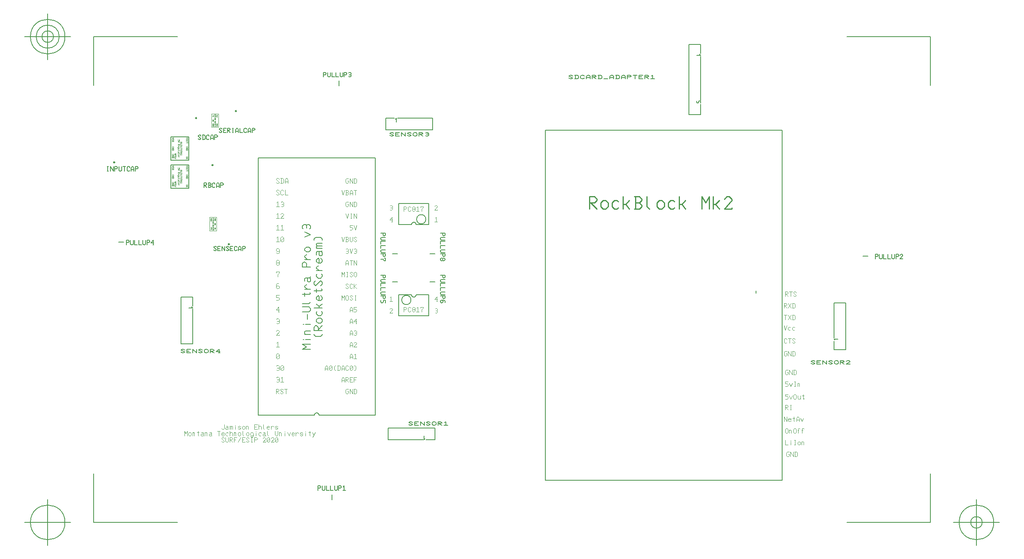
<source format=gbr>
G04 Generated by Ultiboard 14.2 *
%FSLAX24Y24*%
%MOIN*%

%ADD10C,0.0001*%
%ADD11C,0.0037*%
%ADD12C,0.0080*%
%ADD13C,0.0007*%
%ADD14C,0.0005*%
%ADD15C,0.0015*%
%ADD16C,0.0013*%
%ADD17C,0.0061*%
%ADD18C,0.0079*%
%ADD19C,0.0098*%
%ADD20C,0.0039*%
%ADD21C,0.0067*%
%ADD22C,0.0100*%
%ADD23C,0.0050*%


G04 ColorRGB FFFF00 for the following layer *
%LNSilkscreen Top*%
%LPD*%
G54D10*
G54D11*
X-24830Y-12728D02*
X-24752Y-12806D01*
X-24673Y-12806D01*
X-24595Y-12728D01*
X-24595Y-12413D01*
X-24438Y-12531D02*
X-24321Y-12531D01*
X-24281Y-12570D01*
X-24281Y-12767D01*
X-24321Y-12806D01*
X-24438Y-12806D01*
X-24477Y-12767D01*
X-24477Y-12688D01*
X-24438Y-12649D01*
X-24281Y-12649D01*
X-24281Y-12767D02*
X-24242Y-12806D01*
X-24125Y-12806D02*
X-24125Y-12570D01*
X-24125Y-12531D01*
X-24125Y-12570D02*
X-24085Y-12531D01*
X-24046Y-12531D01*
X-24007Y-12570D01*
X-23968Y-12531D01*
X-23929Y-12531D01*
X-23889Y-12570D01*
X-23889Y-12806D01*
X-24007Y-12570D02*
X-24007Y-12806D01*
X-23654Y-12806D02*
X-23654Y-12570D01*
X-23654Y-12491D02*
X-23654Y-12452D01*
X-23419Y-12728D02*
X-23341Y-12806D01*
X-23262Y-12806D01*
X-23184Y-12728D01*
X-23419Y-12609D01*
X-23341Y-12531D01*
X-23262Y-12531D01*
X-23184Y-12609D01*
X-23066Y-12728D02*
X-22988Y-12806D01*
X-22910Y-12806D01*
X-22831Y-12728D01*
X-22831Y-12609D01*
X-22910Y-12531D01*
X-22988Y-12531D01*
X-23066Y-12609D01*
X-23066Y-12728D01*
X-22714Y-12806D02*
X-22714Y-12570D01*
X-22714Y-12531D01*
X-22714Y-12570D02*
X-22674Y-12531D01*
X-22596Y-12531D01*
X-22557Y-12570D01*
X-22557Y-12806D01*
X-21773Y-12806D02*
X-22008Y-12806D01*
X-22008Y-12609D01*
X-22008Y-12413D01*
X-21773Y-12413D01*
X-22008Y-12609D02*
X-21851Y-12609D01*
X-21655Y-12609D02*
X-21577Y-12531D01*
X-21499Y-12531D01*
X-21420Y-12609D01*
X-21420Y-12806D01*
X-21655Y-12413D02*
X-21655Y-12806D01*
X-21263Y-12413D02*
X-21263Y-12728D01*
X-21185Y-12806D01*
X-20715Y-12728D02*
X-20793Y-12806D01*
X-20871Y-12806D01*
X-20950Y-12728D01*
X-20950Y-12609D01*
X-20871Y-12531D01*
X-20793Y-12531D01*
X-20715Y-12609D01*
X-20754Y-12649D01*
X-20950Y-12649D01*
X-20597Y-12649D02*
X-20479Y-12531D01*
X-20440Y-12531D01*
X-20362Y-12609D01*
X-20597Y-12806D02*
X-20597Y-12531D01*
X-20244Y-12728D02*
X-20166Y-12806D01*
X-20087Y-12806D01*
X-20009Y-12728D01*
X-20244Y-12609D01*
X-20166Y-12531D01*
X-20087Y-12531D01*
X-20009Y-12609D01*
X-28005Y-13357D02*
X-28005Y-12964D01*
X-27887Y-13161D01*
X-27770Y-12964D01*
X-27770Y-13357D01*
X-27652Y-13279D02*
X-27574Y-13357D01*
X-27495Y-13357D01*
X-27417Y-13279D01*
X-27417Y-13161D01*
X-27495Y-13082D01*
X-27574Y-13082D01*
X-27652Y-13161D01*
X-27652Y-13279D01*
X-27299Y-13357D02*
X-27299Y-13121D01*
X-27299Y-13082D01*
X-27299Y-13121D02*
X-27260Y-13082D01*
X-27182Y-13082D01*
X-27143Y-13121D01*
X-27143Y-13357D01*
X-26751Y-13318D02*
X-26790Y-13357D01*
X-26829Y-13318D01*
X-26829Y-12964D01*
X-26907Y-13082D02*
X-26751Y-13082D01*
X-26555Y-13082D02*
X-26437Y-13082D01*
X-26398Y-13121D01*
X-26398Y-13318D01*
X-26437Y-13357D01*
X-26555Y-13357D01*
X-26594Y-13318D01*
X-26594Y-13239D01*
X-26555Y-13200D01*
X-26398Y-13200D01*
X-26398Y-13318D02*
X-26359Y-13357D01*
X-26241Y-13357D02*
X-26241Y-13121D01*
X-26241Y-13082D01*
X-26241Y-13121D02*
X-26202Y-13082D01*
X-26124Y-13082D01*
X-26084Y-13121D01*
X-26084Y-13357D01*
X-25849Y-13082D02*
X-25732Y-13082D01*
X-25692Y-13121D01*
X-25692Y-13318D01*
X-25732Y-13357D01*
X-25849Y-13357D01*
X-25888Y-13318D01*
X-25888Y-13239D01*
X-25849Y-13200D01*
X-25692Y-13200D01*
X-25692Y-13318D02*
X-25653Y-13357D01*
X-25065Y-13357D02*
X-25065Y-12964D01*
X-25183Y-12964D02*
X-24948Y-12964D01*
X-24595Y-13279D02*
X-24673Y-13357D01*
X-24752Y-13357D01*
X-24830Y-13279D01*
X-24830Y-13161D01*
X-24752Y-13082D01*
X-24673Y-13082D01*
X-24595Y-13161D01*
X-24634Y-13200D01*
X-24830Y-13200D01*
X-24281Y-13318D02*
X-24321Y-13357D01*
X-24399Y-13357D01*
X-24477Y-13279D01*
X-24477Y-13161D01*
X-24399Y-13082D01*
X-24321Y-13082D01*
X-24281Y-13121D01*
X-24125Y-13161D02*
X-24046Y-13082D01*
X-23968Y-13082D01*
X-23889Y-13161D01*
X-23889Y-13357D01*
X-24125Y-12964D02*
X-24125Y-13357D01*
X-23772Y-13357D02*
X-23772Y-13121D01*
X-23772Y-13082D01*
X-23772Y-13121D02*
X-23733Y-13082D01*
X-23654Y-13082D01*
X-23615Y-13121D01*
X-23615Y-13357D01*
X-23419Y-13279D02*
X-23341Y-13357D01*
X-23262Y-13357D01*
X-23184Y-13279D01*
X-23184Y-13161D01*
X-23262Y-13082D01*
X-23341Y-13082D01*
X-23419Y-13161D01*
X-23419Y-13279D01*
X-23027Y-12964D02*
X-23027Y-13279D01*
X-22949Y-13357D01*
X-22714Y-13279D02*
X-22635Y-13357D01*
X-22557Y-13357D01*
X-22478Y-13279D01*
X-22478Y-13161D01*
X-22557Y-13082D01*
X-22635Y-13082D01*
X-22714Y-13161D01*
X-22714Y-13279D01*
X-22361Y-13397D02*
X-22282Y-13476D01*
X-22204Y-13476D01*
X-22126Y-13397D01*
X-22126Y-13279D01*
X-22126Y-13161D01*
X-22204Y-13082D01*
X-22282Y-13082D01*
X-22361Y-13161D01*
X-22361Y-13279D01*
X-22282Y-13357D01*
X-22204Y-13357D01*
X-22126Y-13279D01*
X-21890Y-13357D02*
X-21890Y-13121D01*
X-21890Y-13043D02*
X-21890Y-13003D01*
X-21459Y-13318D02*
X-21499Y-13357D01*
X-21577Y-13357D01*
X-21655Y-13279D01*
X-21655Y-13161D01*
X-21577Y-13082D01*
X-21499Y-13082D01*
X-21459Y-13121D01*
X-21263Y-13082D02*
X-21146Y-13082D01*
X-21107Y-13121D01*
X-21107Y-13318D01*
X-21146Y-13357D01*
X-21263Y-13357D01*
X-21303Y-13318D01*
X-21303Y-13239D01*
X-21263Y-13200D01*
X-21107Y-13200D01*
X-21107Y-13318D02*
X-21067Y-13357D01*
X-20911Y-12964D02*
X-20911Y-13279D01*
X-20832Y-13357D01*
X-20244Y-12964D02*
X-20244Y-13279D01*
X-20166Y-13357D01*
X-20087Y-13357D01*
X-20009Y-13279D01*
X-20009Y-12964D01*
X-19892Y-13357D02*
X-19892Y-13121D01*
X-19892Y-13082D01*
X-19892Y-13121D02*
X-19852Y-13082D01*
X-19774Y-13082D01*
X-19735Y-13121D01*
X-19735Y-13357D01*
X-19421Y-13357D02*
X-19421Y-13121D01*
X-19421Y-13043D02*
X-19421Y-13003D01*
X-19186Y-13082D02*
X-19068Y-13357D01*
X-18951Y-13082D01*
X-18598Y-13279D02*
X-18676Y-13357D01*
X-18755Y-13357D01*
X-18833Y-13279D01*
X-18833Y-13161D01*
X-18755Y-13082D01*
X-18676Y-13082D01*
X-18598Y-13161D01*
X-18637Y-13200D01*
X-18833Y-13200D01*
X-18480Y-13200D02*
X-18363Y-13082D01*
X-18324Y-13082D01*
X-18245Y-13161D01*
X-18480Y-13357D02*
X-18480Y-13082D01*
X-18128Y-13279D02*
X-18049Y-13357D01*
X-17971Y-13357D01*
X-17893Y-13279D01*
X-18128Y-13161D01*
X-18049Y-13082D01*
X-17971Y-13082D01*
X-17893Y-13161D01*
X-17657Y-13357D02*
X-17657Y-13121D01*
X-17657Y-13043D02*
X-17657Y-13003D01*
X-17226Y-13318D02*
X-17265Y-13357D01*
X-17305Y-13318D01*
X-17305Y-12964D01*
X-17383Y-13082D02*
X-17226Y-13082D01*
X-17069Y-13476D02*
X-17030Y-13476D01*
X-16834Y-13082D01*
X-17069Y-13082D02*
X-16952Y-13318D01*
X-24830Y-13830D02*
X-24752Y-13909D01*
X-24673Y-13909D01*
X-24595Y-13830D01*
X-24830Y-13594D01*
X-24752Y-13515D01*
X-24673Y-13515D01*
X-24595Y-13594D01*
X-24477Y-13515D02*
X-24477Y-13830D01*
X-24399Y-13909D01*
X-24321Y-13909D01*
X-24242Y-13830D01*
X-24242Y-13515D01*
X-24125Y-13909D02*
X-24125Y-13515D01*
X-23968Y-13515D01*
X-23889Y-13594D01*
X-23889Y-13633D01*
X-23968Y-13712D01*
X-24125Y-13712D01*
X-24085Y-13712D02*
X-23889Y-13909D01*
X-23772Y-13909D02*
X-23772Y-13515D01*
X-23537Y-13515D01*
X-23772Y-13712D02*
X-23615Y-13712D01*
X-23184Y-13515D02*
X-23419Y-13909D01*
X-22831Y-13909D02*
X-23066Y-13909D01*
X-23066Y-13712D01*
X-23066Y-13515D01*
X-22831Y-13515D01*
X-23066Y-13712D02*
X-22910Y-13712D01*
X-22714Y-13830D02*
X-22635Y-13909D01*
X-22557Y-13909D01*
X-22478Y-13830D01*
X-22714Y-13594D01*
X-22635Y-13515D01*
X-22557Y-13515D01*
X-22478Y-13594D01*
X-22282Y-13909D02*
X-22204Y-13909D01*
X-22282Y-13515D02*
X-22204Y-13515D01*
X-22243Y-13909D02*
X-22243Y-13515D01*
X-22008Y-13909D02*
X-22008Y-13515D01*
X-21851Y-13515D01*
X-21773Y-13594D01*
X-21773Y-13633D01*
X-21851Y-13712D01*
X-22008Y-13712D01*
X-21303Y-13594D02*
X-21224Y-13515D01*
X-21146Y-13515D01*
X-21067Y-13594D01*
X-21067Y-13633D01*
X-21303Y-13909D01*
X-21067Y-13909D01*
X-21067Y-13869D01*
X-20950Y-13594D02*
X-20871Y-13515D01*
X-20793Y-13515D01*
X-20715Y-13594D01*
X-20715Y-13830D01*
X-20793Y-13909D01*
X-20871Y-13909D01*
X-20950Y-13830D01*
X-20950Y-13594D01*
X-20715Y-13594D02*
X-20950Y-13830D01*
X-20597Y-13594D02*
X-20519Y-13515D01*
X-20440Y-13515D01*
X-20362Y-13594D01*
X-20362Y-13633D01*
X-20597Y-13909D01*
X-20362Y-13909D01*
X-20362Y-13869D01*
X-20244Y-13594D02*
X-20166Y-13515D01*
X-20087Y-13515D01*
X-20009Y-13594D01*
X-20009Y-13830D01*
X-20087Y-13909D01*
X-20166Y-13909D01*
X-20244Y-13830D01*
X-20244Y-13594D01*
X-20009Y-13594D02*
X-20244Y-13830D01*
X-10228Y5100D02*
X-10464Y5100D01*
X-10268Y5336D01*
X-10268Y4943D01*
X-10307Y4943D02*
X-10228Y4943D01*
X-6572Y5257D02*
X-6493Y5336D01*
X-6493Y4943D01*
X-6611Y4943D02*
X-6376Y4943D01*
X-10424Y6297D02*
X-10385Y6336D01*
X-10307Y6336D01*
X-10228Y6257D01*
X-10228Y6179D01*
X-10268Y6139D01*
X-10228Y6100D01*
X-10228Y6021D01*
X-10307Y5943D01*
X-10385Y5943D01*
X-10424Y5982D01*
X-10385Y6139D02*
X-10268Y6139D01*
X-9243Y5843D02*
X-9243Y6236D01*
X-9086Y6236D01*
X-9008Y6157D01*
X-9008Y6118D01*
X-9086Y6039D01*
X-9243Y6039D01*
X-8655Y5921D02*
X-8733Y5843D01*
X-8812Y5843D01*
X-8890Y5921D01*
X-8890Y6157D01*
X-8812Y6236D01*
X-8733Y6236D01*
X-8655Y6157D01*
X-8380Y5843D02*
X-8459Y5843D01*
X-8537Y5921D01*
X-8537Y6000D01*
X-8498Y6039D01*
X-8537Y6079D01*
X-8537Y6157D01*
X-8459Y6236D01*
X-8380Y6236D01*
X-8302Y6157D01*
X-8302Y6079D01*
X-8341Y6039D01*
X-8302Y6000D01*
X-8302Y5921D01*
X-8380Y5843D01*
X-8498Y6039D02*
X-8341Y6039D01*
X-8145Y6157D02*
X-8067Y6236D01*
X-8067Y5843D01*
X-8184Y5843D02*
X-7949Y5843D01*
X-7714Y5843D02*
X-7714Y6039D01*
X-7597Y6157D01*
X-7597Y6236D01*
X-7832Y6236D01*
X-7832Y6157D01*
X-6611Y6257D02*
X-6532Y6336D01*
X-6454Y6336D01*
X-6376Y6257D01*
X-6376Y6218D01*
X-6611Y5943D01*
X-6376Y5943D01*
X-6376Y5982D01*
X-10464Y-2543D02*
X-10385Y-2464D01*
X-10307Y-2464D01*
X-10228Y-2543D01*
X-10228Y-2582D01*
X-10464Y-2857D01*
X-10228Y-2857D01*
X-10228Y-2818D01*
X-9243Y-2757D02*
X-9243Y-2364D01*
X-9086Y-2364D01*
X-9008Y-2443D01*
X-9008Y-2482D01*
X-9086Y-2561D01*
X-9243Y-2561D01*
X-8655Y-2679D02*
X-8733Y-2757D01*
X-8812Y-2757D01*
X-8890Y-2679D01*
X-8890Y-2443D01*
X-8812Y-2364D01*
X-8733Y-2364D01*
X-8655Y-2443D01*
X-8380Y-2757D02*
X-8459Y-2757D01*
X-8537Y-2679D01*
X-8537Y-2600D01*
X-8498Y-2561D01*
X-8537Y-2521D01*
X-8537Y-2443D01*
X-8459Y-2364D01*
X-8380Y-2364D01*
X-8302Y-2443D01*
X-8302Y-2521D01*
X-8341Y-2561D01*
X-8302Y-2600D01*
X-8302Y-2679D01*
X-8380Y-2757D01*
X-8498Y-2561D02*
X-8341Y-2561D01*
X-8145Y-2443D02*
X-8067Y-2364D01*
X-8067Y-2757D01*
X-8184Y-2757D02*
X-7949Y-2757D01*
X-7714Y-2757D02*
X-7714Y-2561D01*
X-7597Y-2443D01*
X-7597Y-2364D01*
X-7832Y-2364D01*
X-7832Y-2443D01*
X-6572Y-2503D02*
X-6532Y-2464D01*
X-6454Y-2464D01*
X-6376Y-2543D01*
X-6376Y-2621D01*
X-6415Y-2661D01*
X-6376Y-2700D01*
X-6376Y-2779D01*
X-6454Y-2857D01*
X-6532Y-2857D01*
X-6572Y-2818D01*
X-6532Y-2661D02*
X-6415Y-2661D01*
X-10424Y-1543D02*
X-10346Y-1464D01*
X-10346Y-1857D01*
X-10464Y-1857D02*
X-10228Y-1857D01*
X-6376Y-1700D02*
X-6611Y-1700D01*
X-6415Y-1464D01*
X-6415Y-1857D01*
X-6454Y-1857D02*
X-6376Y-1857D01*
X-20161Y-9757D02*
X-20161Y-9364D01*
X-20004Y-9364D01*
X-19926Y-9443D01*
X-19926Y-9482D01*
X-20004Y-9561D01*
X-20161Y-9561D01*
X-20122Y-9561D02*
X-19926Y-9757D01*
X-19808Y-9679D02*
X-19730Y-9757D01*
X-19651Y-9757D01*
X-19573Y-9679D01*
X-19808Y-9443D01*
X-19730Y-9364D01*
X-19651Y-9364D01*
X-19573Y-9443D01*
X-19338Y-9757D02*
X-19338Y-9364D01*
X-19455Y-9364D02*
X-19220Y-9364D01*
X-14062Y-9561D02*
X-13984Y-9561D01*
X-13984Y-9679D01*
X-14062Y-9757D01*
X-14141Y-9757D01*
X-14219Y-9679D01*
X-14219Y-9443D01*
X-14141Y-9364D01*
X-13984Y-9364D01*
X-13866Y-9757D02*
X-13866Y-9364D01*
X-13631Y-9757D01*
X-13631Y-9364D01*
X-13514Y-9757D02*
X-13357Y-9757D01*
X-13278Y-9679D01*
X-13278Y-9443D01*
X-13357Y-9364D01*
X-13514Y-9364D01*
X-13474Y-9364D02*
X-13474Y-9757D01*
X-14572Y-8757D02*
X-14572Y-8521D01*
X-14493Y-8364D01*
X-14415Y-8364D01*
X-14337Y-8521D01*
X-14337Y-8757D01*
X-14572Y-8639D02*
X-14337Y-8639D01*
X-14219Y-8757D02*
X-14219Y-8364D01*
X-14062Y-8364D01*
X-13984Y-8443D01*
X-13984Y-8482D01*
X-14062Y-8561D01*
X-14219Y-8561D01*
X-14180Y-8561D02*
X-13984Y-8757D01*
X-13631Y-8757D02*
X-13866Y-8757D01*
X-13866Y-8561D01*
X-13866Y-8364D01*
X-13631Y-8364D01*
X-13866Y-8561D02*
X-13710Y-8561D01*
X-13514Y-8757D02*
X-13514Y-8364D01*
X-13278Y-8364D01*
X-13514Y-8561D02*
X-13357Y-8561D01*
X-15983Y-7757D02*
X-15983Y-7521D01*
X-15904Y-7364D01*
X-15826Y-7364D01*
X-15748Y-7521D01*
X-15748Y-7757D01*
X-15983Y-7639D02*
X-15748Y-7639D01*
X-15630Y-7443D02*
X-15552Y-7364D01*
X-15473Y-7364D01*
X-15395Y-7443D01*
X-15395Y-7679D01*
X-15473Y-7757D01*
X-15552Y-7757D01*
X-15630Y-7679D01*
X-15630Y-7443D01*
X-15395Y-7443D02*
X-15630Y-7679D01*
X-15081Y-7757D02*
X-15121Y-7757D01*
X-15199Y-7679D01*
X-15199Y-7443D01*
X-15121Y-7364D01*
X-15081Y-7364D01*
X-14925Y-7757D02*
X-14768Y-7757D01*
X-14689Y-7679D01*
X-14689Y-7443D01*
X-14768Y-7364D01*
X-14925Y-7364D01*
X-14885Y-7364D02*
X-14885Y-7757D01*
X-14572Y-7757D02*
X-14572Y-7521D01*
X-14493Y-7364D01*
X-14415Y-7364D01*
X-14337Y-7521D01*
X-14337Y-7757D01*
X-14572Y-7639D02*
X-14337Y-7639D01*
X-13984Y-7679D02*
X-14062Y-7757D01*
X-14141Y-7757D01*
X-14219Y-7679D01*
X-14219Y-7443D01*
X-14141Y-7364D01*
X-14062Y-7364D01*
X-13984Y-7443D01*
X-13866Y-7443D02*
X-13788Y-7364D01*
X-13710Y-7364D01*
X-13631Y-7443D01*
X-13631Y-7679D01*
X-13710Y-7757D01*
X-13788Y-7757D01*
X-13866Y-7679D01*
X-13866Y-7443D01*
X-13631Y-7443D02*
X-13866Y-7679D01*
X-13474Y-7364D02*
X-13435Y-7364D01*
X-13357Y-7443D01*
X-13357Y-7679D01*
X-13435Y-7757D01*
X-13474Y-7757D01*
X-13866Y-6757D02*
X-13866Y-6521D01*
X-13788Y-6364D01*
X-13710Y-6364D01*
X-13631Y-6521D01*
X-13631Y-6757D01*
X-13866Y-6639D02*
X-13631Y-6639D01*
X-13474Y-6443D02*
X-13396Y-6364D01*
X-13396Y-6757D01*
X-13514Y-6757D02*
X-13278Y-6757D01*
X-13866Y-5757D02*
X-13866Y-5521D01*
X-13788Y-5364D01*
X-13710Y-5364D01*
X-13631Y-5521D01*
X-13631Y-5757D01*
X-13866Y-5639D02*
X-13631Y-5639D01*
X-13514Y-5443D02*
X-13435Y-5364D01*
X-13357Y-5364D01*
X-13278Y-5443D01*
X-13278Y-5482D01*
X-13514Y-5757D01*
X-13278Y-5757D01*
X-13278Y-5718D01*
X-13866Y-4757D02*
X-13866Y-4521D01*
X-13788Y-4364D01*
X-13710Y-4364D01*
X-13631Y-4521D01*
X-13631Y-4757D01*
X-13866Y-4639D02*
X-13631Y-4639D01*
X-13474Y-4403D02*
X-13435Y-4364D01*
X-13357Y-4364D01*
X-13278Y-4443D01*
X-13278Y-4521D01*
X-13318Y-4561D01*
X-13278Y-4600D01*
X-13278Y-4679D01*
X-13357Y-4757D01*
X-13435Y-4757D01*
X-13474Y-4718D01*
X-13435Y-4561D02*
X-13318Y-4561D01*
X-13866Y-3757D02*
X-13866Y-3521D01*
X-13788Y-3364D01*
X-13710Y-3364D01*
X-13631Y-3521D01*
X-13631Y-3757D01*
X-13866Y-3639D02*
X-13631Y-3639D01*
X-13278Y-3600D02*
X-13514Y-3600D01*
X-13318Y-3364D01*
X-13318Y-3757D01*
X-13357Y-3757D02*
X-13278Y-3757D01*
X-13866Y-2757D02*
X-13866Y-2521D01*
X-13788Y-2364D01*
X-13710Y-2364D01*
X-13631Y-2521D01*
X-13631Y-2757D01*
X-13866Y-2639D02*
X-13631Y-2639D01*
X-13278Y-2364D02*
X-13514Y-2364D01*
X-13514Y-2521D01*
X-13357Y-2521D01*
X-13278Y-2600D01*
X-13278Y-2679D01*
X-13357Y-2757D01*
X-13514Y-2757D01*
X-14572Y-1757D02*
X-14572Y-1364D01*
X-14454Y-1561D01*
X-14337Y-1364D01*
X-14337Y-1757D01*
X-14219Y-1679D02*
X-14141Y-1757D01*
X-14062Y-1757D01*
X-13984Y-1679D01*
X-13984Y-1443D01*
X-14062Y-1364D01*
X-14141Y-1364D01*
X-14219Y-1443D01*
X-14219Y-1679D01*
X-13866Y-1679D02*
X-13788Y-1757D01*
X-13710Y-1757D01*
X-13631Y-1679D01*
X-13866Y-1443D01*
X-13788Y-1364D01*
X-13710Y-1364D01*
X-13631Y-1443D01*
X-13435Y-1757D02*
X-13357Y-1757D01*
X-13435Y-1364D02*
X-13357Y-1364D01*
X-13396Y-1757D02*
X-13396Y-1364D01*
X-14219Y-679D02*
X-14141Y-757D01*
X-14062Y-757D01*
X-13984Y-679D01*
X-14219Y-443D01*
X-14141Y-364D01*
X-14062Y-364D01*
X-13984Y-443D01*
X-13631Y-679D02*
X-13710Y-757D01*
X-13788Y-757D01*
X-13866Y-679D01*
X-13866Y-443D01*
X-13788Y-364D01*
X-13710Y-364D01*
X-13631Y-443D01*
X-13514Y-757D02*
X-13514Y-364D01*
X-13514Y-561D02*
X-13474Y-561D01*
X-13278Y-364D01*
X-13474Y-561D02*
X-13278Y-757D01*
X-14572Y243D02*
X-14572Y636D01*
X-14454Y439D01*
X-14337Y636D01*
X-14337Y243D01*
X-14141Y243D02*
X-14062Y243D01*
X-14141Y636D02*
X-14062Y636D01*
X-14101Y243D02*
X-14101Y636D01*
X-13866Y321D02*
X-13788Y243D01*
X-13710Y243D01*
X-13631Y321D01*
X-13866Y557D01*
X-13788Y636D01*
X-13710Y636D01*
X-13631Y557D01*
X-13514Y321D02*
X-13435Y243D01*
X-13357Y243D01*
X-13278Y321D01*
X-13278Y557D01*
X-13357Y636D01*
X-13435Y636D01*
X-13514Y557D01*
X-13514Y321D01*
X-14219Y1243D02*
X-14219Y1479D01*
X-14141Y1636D01*
X-14062Y1636D01*
X-13984Y1479D01*
X-13984Y1243D01*
X-14219Y1361D02*
X-13984Y1361D01*
X-13749Y1243D02*
X-13749Y1636D01*
X-13866Y1636D02*
X-13631Y1636D01*
X-13514Y1243D02*
X-13514Y1636D01*
X-13278Y1243D01*
X-13278Y1636D01*
X-14180Y2597D02*
X-14141Y2636D01*
X-14062Y2636D01*
X-13984Y2557D01*
X-13984Y2479D01*
X-14023Y2439D01*
X-13984Y2400D01*
X-13984Y2321D01*
X-14062Y2243D01*
X-14141Y2243D01*
X-14180Y2282D01*
X-14141Y2439D02*
X-14023Y2439D01*
X-13866Y2636D02*
X-13749Y2243D01*
X-13631Y2636D01*
X-13474Y2597D02*
X-13435Y2636D01*
X-13357Y2636D01*
X-13278Y2557D01*
X-13278Y2479D01*
X-13318Y2439D01*
X-13278Y2400D01*
X-13278Y2321D01*
X-13357Y2243D01*
X-13435Y2243D01*
X-13474Y2282D01*
X-13435Y2439D02*
X-13318Y2439D01*
X-14572Y3636D02*
X-14454Y3243D01*
X-14337Y3636D01*
X-14219Y3243D02*
X-14062Y3243D01*
X-13984Y3321D01*
X-13984Y3361D01*
X-14062Y3439D01*
X-13984Y3518D01*
X-13984Y3557D01*
X-14062Y3636D01*
X-14180Y3636D01*
X-14219Y3636D01*
X-14180Y3439D02*
X-14062Y3439D01*
X-14180Y3636D02*
X-14180Y3243D01*
X-13866Y3636D02*
X-13866Y3321D01*
X-13788Y3243D01*
X-13710Y3243D01*
X-13631Y3321D01*
X-13631Y3636D01*
X-13514Y3321D02*
X-13435Y3243D01*
X-13357Y3243D01*
X-13278Y3321D01*
X-13514Y3557D01*
X-13435Y3636D01*
X-13357Y3636D01*
X-13278Y3557D01*
X-13631Y4636D02*
X-13866Y4636D01*
X-13866Y4479D01*
X-13710Y4479D01*
X-13631Y4400D01*
X-13631Y4321D01*
X-13710Y4243D01*
X-13866Y4243D01*
X-13514Y4636D02*
X-13396Y4243D01*
X-13278Y4636D01*
X-14219Y5636D02*
X-14101Y5243D01*
X-13984Y5636D01*
X-13788Y5243D02*
X-13710Y5243D01*
X-13788Y5636D02*
X-13710Y5636D01*
X-13749Y5243D02*
X-13749Y5636D01*
X-13514Y5243D02*
X-13514Y5636D01*
X-13278Y5243D01*
X-13278Y5636D01*
X-14062Y6439D02*
X-13984Y6439D01*
X-13984Y6321D01*
X-14062Y6243D01*
X-14141Y6243D01*
X-14219Y6321D01*
X-14219Y6557D01*
X-14141Y6636D01*
X-13984Y6636D01*
X-13866Y6243D02*
X-13866Y6636D01*
X-13631Y6243D01*
X-13631Y6636D01*
X-13514Y6243D02*
X-13357Y6243D01*
X-13278Y6321D01*
X-13278Y6557D01*
X-13357Y6636D01*
X-13514Y6636D01*
X-13474Y6636D02*
X-13474Y6243D01*
X-14572Y7636D02*
X-14454Y7243D01*
X-14337Y7636D01*
X-14219Y7243D02*
X-14062Y7243D01*
X-13984Y7321D01*
X-13984Y7361D01*
X-14062Y7439D01*
X-13984Y7518D01*
X-13984Y7557D01*
X-14062Y7636D01*
X-14180Y7636D01*
X-14219Y7636D01*
X-14180Y7439D02*
X-14062Y7439D01*
X-14180Y7636D02*
X-14180Y7243D01*
X-13866Y7243D02*
X-13866Y7479D01*
X-13788Y7636D01*
X-13710Y7636D01*
X-13631Y7479D01*
X-13631Y7243D01*
X-13866Y7361D02*
X-13631Y7361D01*
X-13396Y7243D02*
X-13396Y7636D01*
X-13514Y7636D02*
X-13278Y7636D01*
X-14062Y8439D02*
X-13984Y8439D01*
X-13984Y8321D01*
X-14062Y8243D01*
X-14141Y8243D01*
X-14219Y8321D01*
X-14219Y8557D01*
X-14141Y8636D01*
X-13984Y8636D01*
X-13866Y8243D02*
X-13866Y8636D01*
X-13631Y8243D01*
X-13631Y8636D01*
X-13514Y8243D02*
X-13357Y8243D01*
X-13278Y8321D01*
X-13278Y8557D01*
X-13357Y8636D01*
X-13514Y8636D01*
X-13474Y8636D02*
X-13474Y8243D01*
X23596Y-14936D02*
X23674Y-14936D01*
X23674Y-15054D01*
X23596Y-15133D01*
X23518Y-15133D01*
X23439Y-15054D01*
X23439Y-14818D01*
X23518Y-14739D01*
X23674Y-14739D01*
X23792Y-15133D02*
X23792Y-14739D01*
X24027Y-15133D01*
X24027Y-14739D01*
X24145Y-15133D02*
X24301Y-15133D01*
X24380Y-15054D01*
X24380Y-14818D01*
X24301Y-14739D01*
X24145Y-14739D01*
X24184Y-14739D02*
X24184Y-15133D01*
X23339Y-13739D02*
X23339Y-14133D01*
X23574Y-14133D01*
X23810Y-14133D02*
X23810Y-13897D01*
X23810Y-13818D02*
X23810Y-13779D01*
X24123Y-14133D02*
X24201Y-14133D01*
X24123Y-13739D02*
X24201Y-13739D01*
X24162Y-14133D02*
X24162Y-13739D01*
X24397Y-14054D02*
X24476Y-14133D01*
X24554Y-14133D01*
X24633Y-14054D01*
X24633Y-13936D01*
X24554Y-13857D01*
X24476Y-13857D01*
X24397Y-13936D01*
X24397Y-14054D01*
X24750Y-14133D02*
X24750Y-13897D01*
X24750Y-13857D01*
X24750Y-13897D02*
X24789Y-13857D01*
X24868Y-13857D01*
X24907Y-13897D01*
X24907Y-14133D01*
X23339Y-13054D02*
X23418Y-13133D01*
X23496Y-13133D01*
X23574Y-13054D01*
X23574Y-12818D01*
X23496Y-12739D01*
X23418Y-12739D01*
X23339Y-12818D01*
X23339Y-13054D01*
X23692Y-13133D02*
X23692Y-12897D01*
X23692Y-12857D01*
X23692Y-12897D02*
X23731Y-12857D01*
X23810Y-12857D01*
X23849Y-12897D01*
X23849Y-13133D01*
X24045Y-13054D02*
X24123Y-13133D01*
X24201Y-13133D01*
X24280Y-13054D01*
X24280Y-12818D01*
X24201Y-12739D01*
X24123Y-12739D01*
X24045Y-12818D01*
X24045Y-13054D01*
X24437Y-13133D02*
X24437Y-12779D01*
X24476Y-12739D01*
X24554Y-12739D01*
X24593Y-12779D01*
X24397Y-12897D02*
X24476Y-12897D01*
X24789Y-13133D02*
X24789Y-12779D01*
X24829Y-12739D01*
X24907Y-12739D01*
X24946Y-12779D01*
X24750Y-12897D02*
X24829Y-12897D01*
X23239Y-12133D02*
X23239Y-11739D01*
X23474Y-12133D01*
X23474Y-11739D01*
X23827Y-12054D02*
X23749Y-12133D01*
X23670Y-12133D01*
X23592Y-12054D01*
X23592Y-11936D01*
X23670Y-11857D01*
X23749Y-11857D01*
X23827Y-11936D01*
X23788Y-11976D01*
X23592Y-11976D01*
X24141Y-12094D02*
X24101Y-12133D01*
X24062Y-12094D01*
X24062Y-11739D01*
X23984Y-11857D02*
X24141Y-11857D01*
X24297Y-12133D02*
X24297Y-11897D01*
X24376Y-11739D01*
X24454Y-11739D01*
X24533Y-11897D01*
X24533Y-12133D01*
X24297Y-12015D02*
X24533Y-12015D01*
X24650Y-11857D02*
X24768Y-12133D01*
X24885Y-11857D01*
X23339Y-11133D02*
X23339Y-10739D01*
X23496Y-10739D01*
X23574Y-10818D01*
X23574Y-10857D01*
X23496Y-10936D01*
X23339Y-10936D01*
X23378Y-10936D02*
X23574Y-11133D01*
X23770Y-11133D02*
X23849Y-11133D01*
X23770Y-10739D02*
X23849Y-10739D01*
X23810Y-11133D02*
X23810Y-10739D01*
X23574Y-9824D02*
X23339Y-9824D01*
X23339Y-9981D01*
X23496Y-9981D01*
X23574Y-10060D01*
X23574Y-10139D01*
X23496Y-10217D01*
X23339Y-10217D01*
X23692Y-9942D02*
X23810Y-10217D01*
X23927Y-9942D01*
X24045Y-10139D02*
X24123Y-10217D01*
X24201Y-10217D01*
X24280Y-10139D01*
X24280Y-9903D01*
X24201Y-9824D01*
X24123Y-9824D01*
X24045Y-9903D01*
X24045Y-10139D01*
X24397Y-9942D02*
X24397Y-10139D01*
X24476Y-10217D01*
X24554Y-10217D01*
X24633Y-10139D01*
X24633Y-9942D01*
X24633Y-10139D02*
X24633Y-10217D01*
X24946Y-10178D02*
X24907Y-10217D01*
X24868Y-10178D01*
X24868Y-9824D01*
X24789Y-9942D02*
X24946Y-9942D01*
X23574Y-8739D02*
X23339Y-8739D01*
X23339Y-8897D01*
X23496Y-8897D01*
X23574Y-8976D01*
X23574Y-9054D01*
X23496Y-9133D01*
X23339Y-9133D01*
X23692Y-8857D02*
X23810Y-9133D01*
X23927Y-8857D01*
X24123Y-9133D02*
X24201Y-9133D01*
X24123Y-8739D02*
X24201Y-8739D01*
X24162Y-9133D02*
X24162Y-8739D01*
X24397Y-9133D02*
X24397Y-8897D01*
X24397Y-8857D01*
X24397Y-8897D02*
X24437Y-8857D01*
X24515Y-8857D01*
X24554Y-8897D01*
X24554Y-9133D01*
X23496Y-7936D02*
X23574Y-7936D01*
X23574Y-8054D01*
X23496Y-8133D01*
X23418Y-8133D01*
X23339Y-8054D01*
X23339Y-7818D01*
X23418Y-7739D01*
X23574Y-7739D01*
X23692Y-8133D02*
X23692Y-7739D01*
X23927Y-8133D01*
X23927Y-7739D01*
X24045Y-8133D02*
X24201Y-8133D01*
X24280Y-8054D01*
X24280Y-7818D01*
X24201Y-7739D01*
X24045Y-7739D01*
X24084Y-7739D02*
X24084Y-8133D01*
X23396Y-6336D02*
X23474Y-6336D01*
X23474Y-6454D01*
X23396Y-6533D01*
X23318Y-6533D01*
X23239Y-6454D01*
X23239Y-6218D01*
X23318Y-6139D01*
X23474Y-6139D01*
X23592Y-6533D02*
X23592Y-6139D01*
X23827Y-6533D01*
X23827Y-6139D01*
X23945Y-6533D02*
X24101Y-6533D01*
X24180Y-6454D01*
X24180Y-6218D01*
X24101Y-6139D01*
X23945Y-6139D01*
X23984Y-6139D02*
X23984Y-6533D01*
X23474Y-5354D02*
X23396Y-5433D01*
X23318Y-5433D01*
X23239Y-5354D01*
X23239Y-5118D01*
X23318Y-5039D01*
X23396Y-5039D01*
X23474Y-5118D01*
X23710Y-5433D02*
X23710Y-5039D01*
X23592Y-5039D02*
X23827Y-5039D01*
X23945Y-5354D02*
X24023Y-5433D01*
X24101Y-5433D01*
X24180Y-5354D01*
X23945Y-5118D01*
X24023Y-5039D01*
X24101Y-5039D01*
X24180Y-5118D01*
X23239Y-3939D02*
X23357Y-4333D01*
X23474Y-3939D01*
X23788Y-4294D02*
X23749Y-4333D01*
X23670Y-4333D01*
X23592Y-4254D01*
X23592Y-4136D01*
X23670Y-4057D01*
X23749Y-4057D01*
X23788Y-4097D01*
X24141Y-4294D02*
X24101Y-4333D01*
X24023Y-4333D01*
X23945Y-4254D01*
X23945Y-4136D01*
X24023Y-4057D01*
X24101Y-4057D01*
X24141Y-4097D01*
X23357Y-3433D02*
X23357Y-3039D01*
X23239Y-3039D02*
X23474Y-3039D01*
X23592Y-3039D02*
X23827Y-3433D01*
X23592Y-3433D02*
X23827Y-3039D01*
X23945Y-3433D02*
X24101Y-3433D01*
X24180Y-3354D01*
X24180Y-3118D01*
X24101Y-3039D01*
X23945Y-3039D01*
X23984Y-3039D02*
X23984Y-3433D01*
X23239Y-2433D02*
X23239Y-2039D01*
X23396Y-2039D01*
X23474Y-2118D01*
X23474Y-2157D01*
X23396Y-2236D01*
X23239Y-2236D01*
X23278Y-2236D02*
X23474Y-2433D01*
X23592Y-2039D02*
X23827Y-2433D01*
X23592Y-2433D02*
X23827Y-2039D01*
X23945Y-2433D02*
X24101Y-2433D01*
X24180Y-2354D01*
X24180Y-2118D01*
X24101Y-2039D01*
X23945Y-2039D01*
X23984Y-2039D02*
X23984Y-2433D01*
X23339Y-1433D02*
X23339Y-1039D01*
X23496Y-1039D01*
X23574Y-1118D01*
X23574Y-1157D01*
X23496Y-1236D01*
X23339Y-1236D01*
X23378Y-1236D02*
X23574Y-1433D01*
X23810Y-1433D02*
X23810Y-1039D01*
X23692Y-1039D02*
X23927Y-1039D01*
X24045Y-1354D02*
X24123Y-1433D01*
X24201Y-1433D01*
X24280Y-1354D01*
X24045Y-1118D01*
X24123Y-1039D01*
X24201Y-1039D01*
X24280Y-1118D01*
G54D12*
X-7120Y4698D02*
X-7120Y6502D01*
X-8203Y4698D02*
X-7120Y4698D01*
X-7120Y6502D02*
X-9680Y6502D01*
X-9680Y4698D02*
X-8597Y4698D01*
X-9680Y6502D02*
X-9680Y4698D01*
X-8203Y4698D02*
X-8204Y4716D01*
X-8206Y4733D01*
X-8210Y4749D01*
X-8215Y4766D01*
X-8222Y4782D01*
X-8230Y4797D01*
X-8239Y4811D01*
X-8249Y4825D01*
X-8261Y4838D01*
X-8273Y4849D01*
X-8287Y4860D01*
X-8302Y4869D01*
X-8317Y4877D01*
X-8333Y4883D01*
X-8349Y4889D01*
X-8366Y4892D01*
X-8383Y4895D01*
X-8400Y4895D01*
X-8417Y4895D01*
X-8434Y4892D01*
X-8451Y4889D01*
X-8467Y4883D01*
X-8483Y4877D01*
X-8498Y4869D01*
X-8513Y4860D01*
X-8527Y4849D01*
X-8539Y4838D01*
X-8551Y4825D01*
X-8561Y4811D01*
X-8570Y4797D01*
X-8578Y4782D01*
X-8585Y4766D01*
X-8590Y4749D01*
X-8594Y4733D01*
X-8596Y4716D01*
X-8597Y4698D01*
X-8158Y5152D02*
G75*
D01*
G02X-8158Y5152I394J0*
G01*
X-9680Y-1298D02*
X-9680Y-3102D01*
X-8597Y-1298D02*
X-9680Y-1298D01*
X-9680Y-3102D02*
X-7120Y-3102D01*
X-7120Y-1298D02*
X-8203Y-1298D01*
X-7120Y-3102D02*
X-7120Y-1298D01*
X-8597Y-1298D02*
X-8596Y-1316D01*
X-8594Y-1333D01*
X-8590Y-1349D01*
X-8585Y-1366D01*
X-8578Y-1382D01*
X-8570Y-1397D01*
X-8561Y-1411D01*
X-8551Y-1425D01*
X-8539Y-1438D01*
X-8527Y-1449D01*
X-8513Y-1460D01*
X-8498Y-1469D01*
X-8483Y-1477D01*
X-8467Y-1483D01*
X-8451Y-1489D01*
X-8434Y-1492D01*
X-8417Y-1495D01*
X-8400Y-1495D01*
X-8383Y-1495D01*
X-8366Y-1492D01*
X-8349Y-1489D01*
X-8333Y-1483D01*
X-8317Y-1477D01*
X-8302Y-1469D01*
X-8287Y-1460D01*
X-8273Y-1449D01*
X-8261Y-1438D01*
X-8249Y-1425D01*
X-8239Y-1411D01*
X-8230Y-1397D01*
X-8222Y-1382D01*
X-8215Y-1366D01*
X-8210Y-1349D01*
X-8206Y-1333D01*
X-8204Y-1316D01*
X-8203Y-1298D01*
X-9430Y-1752D02*
G75*
D01*
G02X-9430Y-1752I394J0*
G01*
X-29168Y9788D02*
X-29168Y7812D01*
X-27632Y7812D01*
X-27632Y9788D01*
X-29168Y9788D01*
X-29168Y12188D02*
X-29168Y10212D01*
X-27632Y10212D01*
X-27632Y12188D01*
X-29168Y12188D01*
X-28303Y-6210D02*
X-28192Y-6269D01*
X-28081Y-6269D01*
X-27969Y-6210D01*
X-28303Y-6031D01*
X-28192Y-5971D01*
X-28081Y-5971D01*
X-27969Y-6031D01*
X-27469Y-6269D02*
X-27803Y-6269D01*
X-27803Y-6120D01*
X-27803Y-5971D01*
X-27469Y-5971D01*
X-27803Y-6120D02*
X-27581Y-6120D01*
X-27303Y-6269D02*
X-27303Y-5971D01*
X-26969Y-6269D01*
X-26969Y-5971D01*
X-26803Y-6210D02*
X-26692Y-6269D01*
X-26581Y-6269D01*
X-26469Y-6210D01*
X-26803Y-6031D01*
X-26692Y-5971D01*
X-26581Y-5971D01*
X-26469Y-6031D01*
X-26303Y-6210D02*
X-26192Y-6269D01*
X-26081Y-6269D01*
X-25969Y-6210D01*
X-25969Y-6031D01*
X-26081Y-5971D01*
X-26192Y-5971D01*
X-26303Y-6031D01*
X-26303Y-6210D01*
X-25803Y-6269D02*
X-25803Y-5971D01*
X-25581Y-5971D01*
X-25469Y-6031D01*
X-25469Y-6061D01*
X-25581Y-6120D01*
X-25803Y-6120D01*
X-25747Y-6120D02*
X-25469Y-6269D01*
X-24969Y-6150D02*
X-25303Y-6150D01*
X-25025Y-5971D01*
X-25025Y-6269D01*
X-25081Y-6269D02*
X-24969Y-6269D01*
X-28300Y-5500D02*
X-28300Y-1500D01*
X-27300Y-5500D02*
X-27300Y-2500D01*
X-27300Y-1500D02*
X-28300Y-1500D01*
X-27300Y-2250D02*
X-27300Y-1500D01*
X-27300Y-2417D02*
X-27633Y-2417D01*
X-27383Y-2333D02*
X-27300Y-2417D01*
X-27300Y-5500D02*
X-28300Y-5500D01*
X-10444Y12332D02*
X-10333Y12273D01*
X-10222Y12273D01*
X-10111Y12332D01*
X-10444Y12511D01*
X-10333Y12570D01*
X-10222Y12570D01*
X-10111Y12511D01*
X-9611Y12273D02*
X-9944Y12273D01*
X-9944Y12421D01*
X-9944Y12570D01*
X-9611Y12570D01*
X-9944Y12421D02*
X-9722Y12421D01*
X-9444Y12273D02*
X-9444Y12570D01*
X-9111Y12273D01*
X-9111Y12570D01*
X-8944Y12332D02*
X-8833Y12273D01*
X-8722Y12273D01*
X-8611Y12332D01*
X-8944Y12511D01*
X-8833Y12570D01*
X-8722Y12570D01*
X-8611Y12511D01*
X-8444Y12332D02*
X-8333Y12273D01*
X-8222Y12273D01*
X-8111Y12332D01*
X-8111Y12511D01*
X-8222Y12570D01*
X-8333Y12570D01*
X-8444Y12511D01*
X-8444Y12332D01*
X-7944Y12273D02*
X-7944Y12570D01*
X-7722Y12570D01*
X-7611Y12511D01*
X-7611Y12481D01*
X-7722Y12421D01*
X-7944Y12421D01*
X-7889Y12421D02*
X-7611Y12273D01*
X-7389Y12540D02*
X-7333Y12570D01*
X-7222Y12570D01*
X-7111Y12511D01*
X-7111Y12451D01*
X-7167Y12421D01*
X-7111Y12392D01*
X-7111Y12332D01*
X-7222Y12273D01*
X-7333Y12273D01*
X-7389Y12302D01*
X-7333Y12421D02*
X-7167Y12421D01*
X-6800Y12800D02*
X-10800Y12800D01*
X-6800Y13800D02*
X-9800Y13800D01*
X-10800Y13800D02*
X-10800Y12800D01*
X-10050Y13800D02*
X-10800Y13800D01*
X-9883Y13800D02*
X-9883Y13467D01*
X-9967Y13717D02*
X-9883Y13800D01*
X-6800Y13800D02*
X-6800Y12800D01*
X-8832Y-12405D02*
X-8721Y-12464D01*
X-8610Y-12464D01*
X-8499Y-12405D01*
X-8832Y-12226D01*
X-8721Y-12167D01*
X-8610Y-12167D01*
X-8499Y-12226D01*
X-7999Y-12464D02*
X-8332Y-12464D01*
X-8332Y-12315D01*
X-8332Y-12167D01*
X-7999Y-12167D01*
X-8332Y-12315D02*
X-8110Y-12315D01*
X-7832Y-12464D02*
X-7832Y-12167D01*
X-7499Y-12464D01*
X-7499Y-12167D01*
X-7332Y-12405D02*
X-7221Y-12464D01*
X-7110Y-12464D01*
X-6999Y-12405D01*
X-7332Y-12226D01*
X-7221Y-12167D01*
X-7110Y-12167D01*
X-6999Y-12226D01*
X-6832Y-12405D02*
X-6721Y-12464D01*
X-6610Y-12464D01*
X-6499Y-12405D01*
X-6499Y-12226D01*
X-6610Y-12167D01*
X-6721Y-12167D01*
X-6832Y-12226D01*
X-6832Y-12405D01*
X-6332Y-12464D02*
X-6332Y-12167D01*
X-6110Y-12167D01*
X-5999Y-12226D01*
X-5999Y-12256D01*
X-6110Y-12315D01*
X-6332Y-12315D01*
X-6277Y-12315D02*
X-5999Y-12464D01*
X-5777Y-12226D02*
X-5666Y-12167D01*
X-5666Y-12464D01*
X-5832Y-12464D02*
X-5499Y-12464D01*
X-10596Y-12696D02*
X-6596Y-12696D01*
X-10596Y-13696D02*
X-7596Y-13696D01*
X-6596Y-13696D02*
X-6596Y-12696D01*
X-7346Y-13696D02*
X-6596Y-13696D01*
X-7513Y-13696D02*
X-7513Y-13363D01*
X-7430Y-13613D02*
X-7513Y-13696D01*
X-10596Y-13696D02*
X-10596Y-12696D01*
X25556Y-7168D02*
X25667Y-7227D01*
X25778Y-7227D01*
X25889Y-7168D01*
X25556Y-6989D01*
X25667Y-6930D01*
X25778Y-6930D01*
X25889Y-6989D01*
X26389Y-7227D02*
X26056Y-7227D01*
X26056Y-7079D01*
X26056Y-6930D01*
X26389Y-6930D01*
X26056Y-7079D02*
X26278Y-7079D01*
X26556Y-7227D02*
X26556Y-6930D01*
X26889Y-7227D01*
X26889Y-6930D01*
X27056Y-7168D02*
X27167Y-7227D01*
X27278Y-7227D01*
X27389Y-7168D01*
X27056Y-6989D01*
X27167Y-6930D01*
X27278Y-6930D01*
X27389Y-6989D01*
X27556Y-7168D02*
X27667Y-7227D01*
X27778Y-7227D01*
X27889Y-7168D01*
X27889Y-6989D01*
X27778Y-6930D01*
X27667Y-6930D01*
X27556Y-6989D01*
X27556Y-7168D01*
X28056Y-7227D02*
X28056Y-6930D01*
X28278Y-6930D01*
X28389Y-6989D01*
X28389Y-7019D01*
X28278Y-7079D01*
X28056Y-7079D01*
X28111Y-7079D02*
X28389Y-7227D01*
X28556Y-6989D02*
X28667Y-6930D01*
X28778Y-6930D01*
X28889Y-6989D01*
X28889Y-7019D01*
X28556Y-7227D01*
X28889Y-7227D01*
X28889Y-7198D01*
X28500Y-2000D02*
X28500Y-6000D01*
X27500Y-2000D02*
X27500Y-5000D01*
X27500Y-6000D02*
X28500Y-6000D01*
X27500Y-5250D02*
X27500Y-6000D01*
X27500Y-5083D02*
X27833Y-5083D01*
X27583Y-5167D02*
X27500Y-5083D01*
X27500Y-2000D02*
X28500Y-2000D01*
X-11700Y-11600D02*
X-11700Y10400D01*
X-21700Y10400D01*
X-21700Y-11600D01*
X-16503Y-11600D02*
X-16504Y-11583D01*
X-16506Y-11566D01*
X-16510Y-11549D01*
X-16515Y-11533D01*
X-16522Y-11517D01*
X-16530Y-11502D01*
X-16539Y-11487D01*
X-16549Y-11473D01*
X-16561Y-11461D01*
X-16573Y-11449D01*
X-16587Y-11439D01*
X-16602Y-11430D01*
X-16617Y-11422D01*
X-16633Y-11415D01*
X-16649Y-11410D01*
X-16666Y-11406D01*
X-16683Y-11404D01*
X-16700Y-11403D01*
X-16717Y-11404D01*
X-16734Y-11406D01*
X-16751Y-11410D01*
X-16767Y-11415D01*
X-16783Y-11422D01*
X-16798Y-11430D01*
X-16813Y-11439D01*
X-16827Y-11449D01*
X-16839Y-11461D01*
X-16851Y-11473D01*
X-16861Y-11487D01*
X-16870Y-11502D01*
X-16878Y-11517D01*
X-16885Y-11533D01*
X-16890Y-11549D01*
X-16894Y-11566D01*
X-16896Y-11583D01*
X-16897Y-11600D01*
X-16897Y-11600D01*
X-21700Y-11600D02*
X-16897Y-11600D01*
X-16503Y-11600D02*
X-11700Y-11600D01*
X20840Y-1160D02*
X20840Y-960D01*
X2840Y12761D02*
X2840Y-17160D01*
X23040Y-17160D01*
X23076Y-17160D02*
X23076Y12761D01*
X2840Y12761D01*
X4856Y17232D02*
X4967Y17173D01*
X5078Y17173D01*
X5189Y17232D01*
X4856Y17411D01*
X4967Y17470D01*
X5078Y17470D01*
X5189Y17411D01*
X5356Y17173D02*
X5578Y17173D01*
X5689Y17232D01*
X5689Y17411D01*
X5578Y17470D01*
X5356Y17470D01*
X5411Y17470D02*
X5411Y17173D01*
X6189Y17232D02*
X6078Y17173D01*
X5967Y17173D01*
X5856Y17232D01*
X5856Y17411D01*
X5967Y17470D01*
X6078Y17470D01*
X6189Y17411D01*
X6356Y17173D02*
X6356Y17351D01*
X6467Y17470D01*
X6578Y17470D01*
X6689Y17351D01*
X6689Y17173D01*
X6356Y17262D02*
X6689Y17262D01*
X6856Y17173D02*
X6856Y17470D01*
X7078Y17470D01*
X7189Y17411D01*
X7189Y17381D01*
X7078Y17321D01*
X6856Y17321D01*
X6911Y17321D02*
X7189Y17173D01*
X7356Y17173D02*
X7578Y17173D01*
X7689Y17232D01*
X7689Y17411D01*
X7578Y17470D01*
X7356Y17470D01*
X7411Y17470D02*
X7411Y17173D01*
X7856Y17173D02*
X8189Y17173D01*
X8356Y17173D02*
X8356Y17351D01*
X8467Y17470D01*
X8578Y17470D01*
X8689Y17351D01*
X8689Y17173D01*
X8356Y17262D02*
X8689Y17262D01*
X8856Y17173D02*
X9078Y17173D01*
X9189Y17232D01*
X9189Y17411D01*
X9078Y17470D01*
X8856Y17470D01*
X8911Y17470D02*
X8911Y17173D01*
X9356Y17173D02*
X9356Y17351D01*
X9467Y17470D01*
X9578Y17470D01*
X9689Y17351D01*
X9689Y17173D01*
X9356Y17262D02*
X9689Y17262D01*
X9856Y17173D02*
X9856Y17470D01*
X10078Y17470D01*
X10189Y17411D01*
X10189Y17381D01*
X10078Y17321D01*
X9856Y17321D01*
X10522Y17173D02*
X10522Y17470D01*
X10356Y17470D02*
X10689Y17470D01*
X11189Y17173D02*
X10856Y17173D01*
X10856Y17321D01*
X10856Y17470D01*
X11189Y17470D01*
X10856Y17321D02*
X11078Y17321D01*
X11356Y17173D02*
X11356Y17470D01*
X11578Y17470D01*
X11689Y17411D01*
X11689Y17381D01*
X11578Y17321D01*
X11356Y17321D01*
X11411Y17321D02*
X11689Y17173D01*
X11911Y17411D02*
X12022Y17470D01*
X12022Y17173D01*
X11856Y17173D02*
X12189Y17173D01*
X15100Y14100D02*
X15100Y20100D01*
X16100Y15350D02*
X16100Y19100D01*
X16100Y20100D02*
X15100Y20100D01*
X16100Y19183D02*
X15767Y19183D01*
X16100Y19350D02*
X16100Y20100D01*
X16017Y19267D02*
X16100Y19183D01*
X15767Y15183D02*
X15767Y15176D01*
X15768Y15169D01*
X15770Y15162D01*
X15772Y15155D01*
X15774Y15148D01*
X15778Y15142D01*
X15782Y15136D01*
X15786Y15130D01*
X15791Y15124D01*
X15796Y15120D01*
X15802Y15115D01*
X15808Y15111D01*
X15815Y15108D01*
X15821Y15105D01*
X15828Y15103D01*
X15836Y15101D01*
X15843Y15100D01*
X15850Y15100D01*
X15857Y15100D01*
X15864Y15101D01*
X15872Y15103D01*
X15879Y15105D01*
X15885Y15108D01*
X15892Y15111D01*
X15898Y15115D01*
X15904Y15120D01*
X15909Y15124D01*
X15914Y15130D01*
X15918Y15136D01*
X15922Y15142D01*
X15926Y15148D01*
X15928Y15155D01*
X15930Y15162D01*
X15932Y15169D01*
X15933Y15176D01*
X15933Y15183D01*
X15933Y15267D02*
X16100Y15267D01*
X15933Y15267D02*
X15933Y15183D01*
X16100Y14100D02*
X15100Y14100D01*
X15767Y15267D02*
X15767Y15183D01*
X16100Y14100D02*
X16100Y15017D01*
X16100Y15100D02*
X16100Y15267D01*
G54D13*
X-25431Y14120D02*
X-25353Y14120D01*
X-25392Y14097D01*
X-25353Y14073D01*
X-25431Y14073D01*
X-25416Y14003D02*
X-25431Y14018D01*
X-25431Y14034D01*
X-25416Y14050D01*
X-25369Y14050D01*
X-25353Y14034D01*
X-25353Y14018D01*
X-25369Y14003D01*
X-25431Y13979D02*
X-25353Y13979D01*
X-25353Y13948D01*
X-25369Y13932D01*
X-25376Y13932D01*
X-25392Y13948D01*
X-25392Y13979D01*
X-25369Y13901D02*
X-25353Y13886D01*
X-25431Y13886D01*
X-25431Y13909D02*
X-25431Y13862D01*
X-25431Y13815D02*
X-25392Y13815D01*
X-25369Y13792D01*
X-25353Y13792D01*
X-25353Y13839D01*
X-25369Y13839D01*
X-25353Y13721D02*
X-25353Y13768D01*
X-25384Y13768D01*
X-25384Y13737D01*
X-25400Y13721D01*
X-25416Y13721D01*
X-25431Y13737D01*
X-25431Y13768D01*
X-25353Y13651D02*
X-25353Y13698D01*
X-25384Y13698D01*
X-25384Y13666D01*
X-25400Y13651D01*
X-25416Y13651D01*
X-25431Y13666D01*
X-25431Y13698D01*
X-25416Y13557D02*
X-25431Y13541D01*
X-25431Y13526D01*
X-25416Y13510D01*
X-25369Y13557D01*
X-25353Y13541D01*
X-25353Y13526D01*
X-25369Y13510D01*
X-25416Y13487D02*
X-25431Y13471D01*
X-25431Y13455D01*
X-25416Y13440D01*
X-25369Y13440D01*
X-25353Y13455D01*
X-25353Y13471D01*
X-25369Y13487D01*
X-25416Y13487D01*
X-25431Y13393D02*
X-25353Y13393D01*
X-25353Y13416D02*
X-25353Y13369D01*
X-25369Y13346D02*
X-25353Y13330D01*
X-25353Y13314D01*
X-25369Y13299D01*
X-25376Y13299D01*
X-25431Y13346D01*
X-25431Y13299D01*
X-25424Y13299D01*
X-25361Y13268D02*
X-25353Y13260D01*
X-25353Y13244D01*
X-25369Y13228D01*
X-25384Y13228D01*
X-25392Y13236D01*
X-25400Y13228D01*
X-25416Y13228D01*
X-25431Y13244D01*
X-25431Y13260D01*
X-25424Y13268D01*
X-25392Y13260D02*
X-25392Y13236D01*
X-25400Y13205D02*
X-25400Y13158D01*
X-25353Y13088D02*
X-25353Y13135D01*
X-25384Y13135D01*
X-25384Y13103D01*
X-25400Y13088D01*
X-25416Y13088D01*
X-25431Y13103D01*
X-25431Y13135D01*
X-25524Y4235D02*
X-25602Y4235D01*
X-25563Y4258D01*
X-25602Y4282D01*
X-25524Y4282D01*
X-25539Y4352D02*
X-25524Y4337D01*
X-25524Y4321D01*
X-25539Y4305D01*
X-25586Y4305D01*
X-25602Y4321D01*
X-25602Y4337D01*
X-25586Y4352D01*
X-25524Y4376D02*
X-25602Y4376D01*
X-25602Y4407D01*
X-25586Y4423D01*
X-25579Y4423D01*
X-25563Y4407D01*
X-25563Y4376D01*
X-25586Y4454D02*
X-25602Y4469D01*
X-25524Y4469D01*
X-25524Y4446D02*
X-25524Y4493D01*
X-25524Y4540D02*
X-25563Y4540D01*
X-25586Y4563D01*
X-25602Y4563D01*
X-25602Y4516D01*
X-25586Y4516D01*
X-25602Y4634D02*
X-25602Y4587D01*
X-25571Y4587D01*
X-25571Y4618D01*
X-25555Y4634D01*
X-25539Y4634D01*
X-25524Y4618D01*
X-25524Y4587D01*
X-25602Y4704D02*
X-25602Y4657D01*
X-25571Y4657D01*
X-25571Y4689D01*
X-25555Y4704D01*
X-25539Y4704D01*
X-25524Y4689D01*
X-25524Y4657D01*
X-25539Y4798D02*
X-25524Y4814D01*
X-25524Y4829D01*
X-25539Y4845D01*
X-25586Y4798D01*
X-25602Y4814D01*
X-25602Y4829D01*
X-25586Y4845D01*
X-25539Y4868D02*
X-25524Y4884D01*
X-25524Y4900D01*
X-25539Y4915D01*
X-25586Y4915D01*
X-25602Y4900D01*
X-25602Y4884D01*
X-25586Y4868D01*
X-25539Y4868D01*
X-25524Y4962D02*
X-25602Y4962D01*
X-25602Y4939D02*
X-25602Y4986D01*
X-25586Y5009D02*
X-25602Y5025D01*
X-25602Y5041D01*
X-25586Y5056D01*
X-25579Y5056D01*
X-25524Y5009D01*
X-25524Y5056D01*
X-25531Y5056D01*
X-25594Y5087D02*
X-25602Y5095D01*
X-25602Y5111D01*
X-25586Y5127D01*
X-25571Y5127D01*
X-25563Y5119D01*
X-25555Y5127D01*
X-25539Y5127D01*
X-25524Y5111D01*
X-25524Y5095D01*
X-25531Y5087D01*
X-25563Y5095D02*
X-25563Y5119D01*
X-25555Y5150D02*
X-25555Y5197D01*
X-25602Y5267D02*
X-25602Y5220D01*
X-25571Y5220D01*
X-25571Y5252D01*
X-25555Y5267D01*
X-25539Y5267D01*
X-25524Y5252D01*
X-25524Y5220D01*
G54D14*
X-25263Y13348D02*
X-25206Y13348D01*
X-25206Y13326D01*
X-25217Y13314D01*
X-25223Y13314D01*
X-25234Y13326D01*
X-25234Y13348D01*
X-25206Y13297D02*
X-25263Y13291D01*
X-25240Y13280D01*
X-25263Y13269D01*
X-25206Y13263D01*
X-25263Y13246D02*
X-25206Y13246D01*
X-25206Y13223D01*
X-25217Y13212D01*
X-25223Y13212D01*
X-25234Y13223D01*
X-25234Y13246D01*
X-25234Y13240D02*
X-25263Y13212D01*
X-25234Y13172D02*
X-25234Y13161D01*
X-25251Y13161D01*
X-25263Y13172D01*
X-25263Y13183D01*
X-25251Y13195D01*
X-25217Y13195D01*
X-25206Y13183D01*
X-25206Y13161D01*
X-25263Y13143D02*
X-25263Y13121D01*
X-25251Y13109D01*
X-25217Y13109D01*
X-25206Y13121D01*
X-25206Y13143D01*
X-25206Y13138D02*
X-25263Y13138D01*
X-25526Y13331D02*
X-25560Y13331D01*
X-25571Y13331D02*
X-25583Y13331D01*
X-25571Y13297D02*
X-25583Y13286D01*
X-25583Y13274D01*
X-25571Y13263D01*
X-25537Y13297D01*
X-25526Y13286D01*
X-25526Y13274D01*
X-25537Y13263D01*
X-25583Y13246D02*
X-25526Y13246D01*
X-25583Y13212D02*
X-25526Y13212D01*
X-25554Y13246D02*
X-25554Y13212D01*
X-25583Y13195D02*
X-25583Y13172D01*
X-25571Y13161D01*
X-25537Y13161D01*
X-25526Y13172D01*
X-25526Y13195D01*
X-25526Y13189D02*
X-25583Y13189D01*
X-25583Y13143D02*
X-25526Y13143D01*
X-25583Y13109D01*
X-25526Y13109D01*
X-25206Y14071D02*
X-25263Y14054D01*
X-25206Y14037D01*
X-25251Y14020D02*
X-25263Y14008D01*
X-25263Y13997D01*
X-25251Y13985D01*
X-25234Y13985D01*
X-25223Y13997D01*
X-25223Y14008D01*
X-25234Y14020D01*
X-25251Y14020D01*
X-25223Y13968D02*
X-25251Y13968D01*
X-25263Y13957D01*
X-25263Y13946D01*
X-25251Y13934D01*
X-25223Y13934D01*
X-25251Y13934D02*
X-25263Y13934D01*
X-25257Y13889D02*
X-25263Y13894D01*
X-25257Y13900D01*
X-25206Y13900D01*
X-25223Y13911D02*
X-25223Y13889D01*
X-25526Y14045D02*
X-25583Y14028D01*
X-25526Y14011D01*
X-25583Y13977D02*
X-25549Y13977D01*
X-25537Y13977D02*
X-25531Y13977D01*
X-25583Y13943D02*
X-25549Y13943D01*
X-25543Y13943D01*
X-25549Y13943D02*
X-25543Y13937D01*
X-25543Y13926D01*
X-25549Y13920D01*
X-25583Y13920D01*
X-25554Y13648D02*
X-25554Y13637D01*
X-25571Y13637D01*
X-25583Y13648D01*
X-25583Y13660D01*
X-25571Y13671D01*
X-25537Y13671D01*
X-25526Y13660D01*
X-25526Y13637D01*
X-25583Y13620D02*
X-25526Y13620D01*
X-25583Y13586D01*
X-25526Y13586D01*
X-25583Y13569D02*
X-25583Y13546D01*
X-25571Y13535D01*
X-25537Y13535D01*
X-25526Y13546D01*
X-25526Y13569D01*
X-25526Y13563D02*
X-25583Y13563D01*
X-25401Y4707D02*
X-25401Y4718D01*
X-25384Y4718D01*
X-25372Y4707D01*
X-25372Y4695D01*
X-25384Y4684D01*
X-25418Y4684D01*
X-25429Y4695D01*
X-25429Y4718D01*
X-25372Y4735D02*
X-25429Y4735D01*
X-25372Y4769D01*
X-25429Y4769D01*
X-25372Y4786D02*
X-25372Y4809D01*
X-25384Y4820D01*
X-25418Y4820D01*
X-25429Y4809D01*
X-25429Y4786D01*
X-25429Y4792D02*
X-25372Y4792D01*
X-25749Y4284D02*
X-25692Y4301D01*
X-25749Y4318D01*
X-25704Y4335D02*
X-25692Y4347D01*
X-25692Y4358D01*
X-25704Y4370D01*
X-25721Y4370D01*
X-25732Y4358D01*
X-25732Y4347D01*
X-25721Y4335D01*
X-25704Y4335D01*
X-25732Y4387D02*
X-25704Y4387D01*
X-25692Y4398D01*
X-25692Y4409D01*
X-25704Y4421D01*
X-25732Y4421D01*
X-25704Y4421D02*
X-25692Y4421D01*
X-25698Y4466D02*
X-25692Y4461D01*
X-25698Y4455D01*
X-25749Y4455D01*
X-25732Y4444D02*
X-25732Y4466D01*
X-25429Y4310D02*
X-25372Y4327D01*
X-25429Y4344D01*
X-25372Y4378D02*
X-25406Y4378D01*
X-25418Y4378D02*
X-25424Y4378D01*
X-25372Y4412D02*
X-25406Y4412D01*
X-25412Y4412D01*
X-25406Y4412D02*
X-25412Y4418D01*
X-25412Y4429D01*
X-25406Y4435D01*
X-25372Y4435D01*
X-25692Y5007D02*
X-25749Y5007D01*
X-25749Y5029D01*
X-25738Y5041D01*
X-25732Y5041D01*
X-25721Y5029D01*
X-25721Y5007D01*
X-25749Y5058D02*
X-25692Y5064D01*
X-25715Y5075D01*
X-25692Y5086D01*
X-25749Y5092D01*
X-25692Y5109D02*
X-25749Y5109D01*
X-25749Y5132D01*
X-25738Y5143D01*
X-25732Y5143D01*
X-25721Y5132D01*
X-25721Y5109D01*
X-25721Y5115D02*
X-25692Y5143D01*
X-25721Y5183D02*
X-25721Y5194D01*
X-25704Y5194D01*
X-25692Y5183D01*
X-25692Y5172D01*
X-25704Y5160D01*
X-25738Y5160D01*
X-25749Y5172D01*
X-25749Y5194D01*
X-25692Y5212D02*
X-25692Y5234D01*
X-25704Y5246D01*
X-25738Y5246D01*
X-25749Y5234D01*
X-25749Y5212D01*
X-25749Y5217D02*
X-25692Y5217D01*
X-25429Y5024D02*
X-25395Y5024D01*
X-25384Y5024D02*
X-25372Y5024D01*
X-25384Y5058D02*
X-25372Y5069D01*
X-25372Y5081D01*
X-25384Y5092D01*
X-25418Y5058D01*
X-25429Y5069D01*
X-25429Y5081D01*
X-25418Y5092D01*
X-25372Y5109D02*
X-25429Y5109D01*
X-25372Y5143D02*
X-25429Y5143D01*
X-25401Y5109D02*
X-25401Y5143D01*
X-25372Y5160D02*
X-25372Y5183D01*
X-25384Y5194D01*
X-25418Y5194D01*
X-25429Y5183D01*
X-25429Y5160D01*
X-25429Y5166D02*
X-25372Y5166D01*
X-25372Y5212D02*
X-25429Y5212D01*
X-25372Y5246D01*
X-25429Y5246D01*
G54D15*
X-25705Y14171D02*
X-25705Y13029D01*
X-25095Y14171D02*
X-25705Y14171D01*
X-25705Y13029D02*
X-25095Y13029D01*
X-25095Y14171D01*
X-25250Y4184D02*
X-25250Y5326D01*
X-25860Y4184D02*
X-25250Y4184D01*
X-25250Y5326D02*
X-25860Y5326D01*
X-25860Y4184D01*
G54D16*
X-27829Y8028D02*
X-27857Y8057D01*
X-27857Y8085D01*
X-27829Y8114D01*
X-27743Y8114D01*
X-27714Y8085D01*
X-27714Y8057D01*
X-27743Y8028D01*
X-27857Y7900D02*
X-27857Y7986D01*
X-27786Y7986D01*
X-27714Y7986D01*
X-27714Y7900D01*
X-27786Y7986D02*
X-27786Y7929D01*
X-28357Y9365D02*
X-28213Y9365D01*
X-28213Y9308D01*
X-28242Y9279D01*
X-28256Y9279D01*
X-28285Y9308D01*
X-28285Y9365D01*
X-28285Y9351D02*
X-28357Y9279D01*
X-28242Y9222D02*
X-28213Y9193D01*
X-28357Y9193D01*
X-28357Y9236D02*
X-28357Y9150D01*
X-28213Y9022D02*
X-28213Y9108D01*
X-28271Y9108D01*
X-28271Y9050D01*
X-28299Y9022D01*
X-28328Y9022D01*
X-28357Y9050D01*
X-28357Y9108D01*
X-28242Y8964D02*
X-28213Y8936D01*
X-28357Y8936D01*
X-28357Y8979D02*
X-28357Y8893D01*
X-28357Y8807D02*
X-28285Y8807D01*
X-28242Y8764D01*
X-28213Y8764D01*
X-28213Y8850D01*
X-28242Y8850D01*
X-28328Y8721D02*
X-28357Y8693D01*
X-28357Y8664D01*
X-28328Y8636D01*
X-28242Y8721D01*
X-28213Y8693D01*
X-28213Y8664D01*
X-28242Y8636D01*
X-28213Y8507D02*
X-28213Y8593D01*
X-28271Y8593D01*
X-28271Y8535D01*
X-28299Y8507D01*
X-28328Y8507D01*
X-28357Y8535D01*
X-28357Y8593D01*
X-28242Y8464D02*
X-28213Y8435D01*
X-28213Y8407D01*
X-28242Y8378D01*
X-28328Y8378D01*
X-28357Y8407D01*
X-28357Y8435D01*
X-28328Y8464D01*
X-28242Y8464D01*
X-28242Y8378D02*
X-28328Y8464D01*
X-28242Y8335D02*
X-28213Y8307D01*
X-28213Y8278D01*
X-28242Y8249D01*
X-28256Y8249D01*
X-28357Y8335D01*
X-28357Y8249D01*
X-28343Y8249D01*
X-28414Y9472D02*
X-28414Y9558D01*
X-28472Y9558D01*
X-28472Y9501D01*
X-28501Y9472D01*
X-28529Y9472D01*
X-28558Y9501D01*
X-28558Y9558D01*
X-28414Y9429D02*
X-28558Y9386D01*
X-28414Y9344D01*
X-28558Y9172D02*
X-28414Y9172D01*
X-28414Y9115D01*
X-28443Y9086D01*
X-28457Y9086D01*
X-28486Y9115D01*
X-28486Y9172D01*
X-28486Y9158D02*
X-28558Y9086D01*
X-28529Y8957D02*
X-28558Y8986D01*
X-28558Y9015D01*
X-28529Y9043D01*
X-28486Y9043D01*
X-28457Y9015D01*
X-28457Y8986D01*
X-28486Y8957D01*
X-28501Y8972D01*
X-28501Y9043D01*
X-28572Y8914D02*
X-28601Y8886D01*
X-28601Y8857D01*
X-28572Y8829D01*
X-28529Y8829D01*
X-28486Y8829D01*
X-28457Y8857D01*
X-28457Y8886D01*
X-28486Y8914D01*
X-28529Y8914D01*
X-28558Y8886D01*
X-28558Y8857D01*
X-28529Y8829D01*
X-28457Y8786D02*
X-28529Y8786D01*
X-28558Y8757D01*
X-28558Y8728D01*
X-28529Y8700D01*
X-28457Y8700D01*
X-28529Y8700D02*
X-28558Y8700D01*
X-28414Y8643D02*
X-28529Y8643D01*
X-28558Y8614D01*
X-28457Y8514D02*
X-28457Y8471D01*
X-28472Y8457D01*
X-28544Y8457D01*
X-28558Y8471D01*
X-28558Y8514D01*
X-28544Y8528D01*
X-28515Y8528D01*
X-28501Y8514D01*
X-28501Y8457D01*
X-28544Y8457D02*
X-28558Y8442D01*
X-28544Y8328D02*
X-28558Y8342D01*
X-28544Y8357D01*
X-28414Y8357D01*
X-28457Y8385D02*
X-28457Y8328D01*
X-28529Y8271D02*
X-28558Y8242D01*
X-28558Y8214D01*
X-28529Y8185D01*
X-28486Y8185D01*
X-28457Y8214D01*
X-28457Y8242D01*
X-28486Y8271D01*
X-28529Y8271D01*
X-28501Y8142D02*
X-28457Y8099D01*
X-28457Y8085D01*
X-28486Y8056D01*
X-28558Y8142D02*
X-28457Y8142D01*
X-28986Y8921D02*
X-28986Y8892D01*
X-29029Y8892D01*
X-29057Y8921D01*
X-29057Y8949D01*
X-29029Y8978D01*
X-28943Y8978D01*
X-28914Y8949D01*
X-28914Y8892D01*
X-29057Y8850D02*
X-28914Y8850D01*
X-29057Y8764D01*
X-28914Y8764D01*
X-29057Y8722D02*
X-29057Y8665D01*
X-29029Y8636D01*
X-28943Y8636D01*
X-28914Y8665D01*
X-28914Y8722D01*
X-28914Y8708D02*
X-29057Y8708D01*
X-28714Y8392D02*
X-28857Y8349D01*
X-28714Y8306D01*
X-28857Y8264D02*
X-28714Y8264D01*
X-28714Y8178D01*
X-28786Y8264D02*
X-28786Y8207D01*
X-28857Y8136D02*
X-28857Y8079D01*
X-28829Y8050D01*
X-28814Y8050D01*
X-28786Y8079D01*
X-28757Y8050D01*
X-28743Y8050D01*
X-28714Y8079D01*
X-28714Y8122D01*
X-28714Y8136D01*
X-28786Y8122D02*
X-28786Y8079D01*
X-28714Y8122D02*
X-28857Y8122D01*
X-28714Y7922D02*
X-28857Y8008D01*
X-28986Y8271D02*
X-28986Y8242D01*
X-29029Y8242D01*
X-29057Y8271D01*
X-29057Y8299D01*
X-29029Y8328D01*
X-28943Y8328D01*
X-28914Y8299D01*
X-28914Y8242D01*
X-29057Y8200D02*
X-28914Y8200D01*
X-29057Y8114D01*
X-28914Y8114D01*
X-29057Y8072D02*
X-29057Y8015D01*
X-29029Y7986D01*
X-28943Y7986D01*
X-28914Y8015D01*
X-28914Y8072D01*
X-28914Y8058D02*
X-29057Y8058D01*
X-27786Y8921D02*
X-27786Y8892D01*
X-27829Y8892D01*
X-27857Y8921D01*
X-27857Y8949D01*
X-27829Y8978D01*
X-27743Y8978D01*
X-27714Y8949D01*
X-27714Y8892D01*
X-27857Y8850D02*
X-27714Y8850D01*
X-27857Y8764D01*
X-27714Y8764D01*
X-27857Y8722D02*
X-27857Y8665D01*
X-27829Y8636D01*
X-27743Y8636D01*
X-27714Y8665D01*
X-27714Y8722D01*
X-27714Y8708D02*
X-27857Y8708D01*
X-28914Y9728D02*
X-29057Y9685D01*
X-28914Y9642D01*
X-29057Y9600D02*
X-29057Y9543D01*
X-29029Y9514D01*
X-28943Y9514D01*
X-28914Y9543D01*
X-28914Y9600D01*
X-28914Y9586D02*
X-29057Y9586D01*
X-29057Y9472D02*
X-29057Y9415D01*
X-29029Y9386D01*
X-28943Y9386D01*
X-28914Y9415D01*
X-28914Y9472D01*
X-28914Y9458D02*
X-29057Y9458D01*
X-27714Y9742D02*
X-27857Y9699D01*
X-27714Y9656D01*
X-27829Y9614D02*
X-27857Y9585D01*
X-27857Y9557D01*
X-27829Y9528D01*
X-27743Y9528D01*
X-27714Y9557D01*
X-27714Y9585D01*
X-27743Y9614D01*
X-27829Y9614D01*
X-27714Y9486D02*
X-27829Y9486D01*
X-27857Y9457D01*
X-27857Y9429D01*
X-27829Y9400D01*
X-27714Y9400D01*
X-27857Y9315D02*
X-27714Y9315D01*
X-27714Y9358D02*
X-27714Y9272D01*
X-28357Y11765D02*
X-28213Y11765D01*
X-28213Y11708D01*
X-28242Y11679D01*
X-28256Y11679D01*
X-28285Y11708D01*
X-28285Y11765D01*
X-28285Y11751D02*
X-28357Y11679D01*
X-28242Y11622D02*
X-28213Y11593D01*
X-28357Y11593D01*
X-28357Y11636D02*
X-28357Y11550D01*
X-28213Y11422D02*
X-28213Y11508D01*
X-28271Y11508D01*
X-28271Y11450D01*
X-28299Y11422D01*
X-28328Y11422D01*
X-28357Y11450D01*
X-28357Y11508D01*
X-28242Y11364D02*
X-28213Y11336D01*
X-28357Y11336D01*
X-28357Y11379D02*
X-28357Y11293D01*
X-28357Y11207D02*
X-28285Y11207D01*
X-28242Y11164D01*
X-28213Y11164D01*
X-28213Y11250D01*
X-28242Y11250D01*
X-28328Y11121D02*
X-28357Y11093D01*
X-28357Y11064D01*
X-28328Y11036D01*
X-28242Y11121D01*
X-28213Y11093D01*
X-28213Y11064D01*
X-28242Y11036D01*
X-28213Y10907D02*
X-28213Y10993D01*
X-28271Y10993D01*
X-28271Y10935D01*
X-28299Y10907D01*
X-28328Y10907D01*
X-28357Y10935D01*
X-28357Y10993D01*
X-28242Y10864D02*
X-28213Y10835D01*
X-28213Y10807D01*
X-28242Y10778D01*
X-28328Y10778D01*
X-28357Y10807D01*
X-28357Y10835D01*
X-28328Y10864D01*
X-28242Y10864D01*
X-28242Y10778D02*
X-28328Y10864D01*
X-28242Y10735D02*
X-28213Y10707D01*
X-28213Y10678D01*
X-28242Y10649D01*
X-28256Y10649D01*
X-28357Y10735D01*
X-28357Y10649D01*
X-28343Y10649D01*
X-28414Y11872D02*
X-28414Y11958D01*
X-28472Y11958D01*
X-28472Y11901D01*
X-28501Y11872D01*
X-28529Y11872D01*
X-28558Y11901D01*
X-28558Y11958D01*
X-28414Y11829D02*
X-28558Y11786D01*
X-28414Y11744D01*
X-28558Y11572D02*
X-28414Y11572D01*
X-28414Y11515D01*
X-28443Y11486D01*
X-28457Y11486D01*
X-28486Y11515D01*
X-28486Y11572D01*
X-28486Y11558D02*
X-28558Y11486D01*
X-28529Y11357D02*
X-28558Y11386D01*
X-28558Y11415D01*
X-28529Y11443D01*
X-28486Y11443D01*
X-28457Y11415D01*
X-28457Y11386D01*
X-28486Y11357D01*
X-28501Y11372D01*
X-28501Y11443D01*
X-28572Y11314D02*
X-28601Y11286D01*
X-28601Y11257D01*
X-28572Y11229D01*
X-28529Y11229D01*
X-28486Y11229D01*
X-28457Y11257D01*
X-28457Y11286D01*
X-28486Y11314D01*
X-28529Y11314D01*
X-28558Y11286D01*
X-28558Y11257D01*
X-28529Y11229D01*
X-28457Y11186D02*
X-28529Y11186D01*
X-28558Y11157D01*
X-28558Y11128D01*
X-28529Y11100D01*
X-28457Y11100D01*
X-28529Y11100D02*
X-28558Y11100D01*
X-28414Y11043D02*
X-28529Y11043D01*
X-28558Y11014D01*
X-28457Y10914D02*
X-28457Y10871D01*
X-28472Y10857D01*
X-28544Y10857D01*
X-28558Y10871D01*
X-28558Y10914D01*
X-28544Y10928D01*
X-28515Y10928D01*
X-28501Y10914D01*
X-28501Y10857D01*
X-28544Y10857D02*
X-28558Y10842D01*
X-28544Y10728D02*
X-28558Y10742D01*
X-28544Y10757D01*
X-28414Y10757D01*
X-28457Y10785D02*
X-28457Y10728D01*
X-28529Y10671D02*
X-28558Y10642D01*
X-28558Y10614D01*
X-28529Y10585D01*
X-28486Y10585D01*
X-28457Y10614D01*
X-28457Y10642D01*
X-28486Y10671D01*
X-28529Y10671D01*
X-28501Y10542D02*
X-28457Y10499D01*
X-28457Y10485D01*
X-28486Y10456D01*
X-28558Y10542D02*
X-28457Y10542D01*
X-28986Y11321D02*
X-28986Y11292D01*
X-29029Y11292D01*
X-29057Y11321D01*
X-29057Y11349D01*
X-29029Y11378D01*
X-28943Y11378D01*
X-28914Y11349D01*
X-28914Y11292D01*
X-29057Y11250D02*
X-28914Y11250D01*
X-29057Y11164D01*
X-28914Y11164D01*
X-29057Y11122D02*
X-29057Y11065D01*
X-29029Y11036D01*
X-28943Y11036D01*
X-28914Y11065D01*
X-28914Y11122D01*
X-28914Y11108D02*
X-29057Y11108D01*
X-28714Y10792D02*
X-28857Y10749D01*
X-28714Y10706D01*
X-28857Y10664D02*
X-28714Y10664D01*
X-28714Y10578D01*
X-28786Y10664D02*
X-28786Y10607D01*
X-28857Y10536D02*
X-28857Y10479D01*
X-28829Y10450D01*
X-28814Y10450D01*
X-28786Y10479D01*
X-28757Y10450D01*
X-28743Y10450D01*
X-28714Y10479D01*
X-28714Y10522D01*
X-28714Y10536D01*
X-28786Y10522D02*
X-28786Y10479D01*
X-28714Y10522D02*
X-28857Y10522D01*
X-28714Y10322D02*
X-28857Y10408D01*
X-28986Y10671D02*
X-28986Y10642D01*
X-29029Y10642D01*
X-29057Y10671D01*
X-29057Y10699D01*
X-29029Y10728D01*
X-28943Y10728D01*
X-28914Y10699D01*
X-28914Y10642D01*
X-29057Y10600D02*
X-28914Y10600D01*
X-29057Y10514D01*
X-28914Y10514D01*
X-29057Y10472D02*
X-29057Y10415D01*
X-29029Y10386D01*
X-28943Y10386D01*
X-28914Y10415D01*
X-28914Y10472D01*
X-28914Y10458D02*
X-29057Y10458D01*
X-27786Y11321D02*
X-27786Y11292D01*
X-27829Y11292D01*
X-27857Y11321D01*
X-27857Y11349D01*
X-27829Y11378D01*
X-27743Y11378D01*
X-27714Y11349D01*
X-27714Y11292D01*
X-27857Y11250D02*
X-27714Y11250D01*
X-27857Y11164D01*
X-27714Y11164D01*
X-27857Y11122D02*
X-27857Y11065D01*
X-27829Y11036D01*
X-27743Y11036D01*
X-27714Y11065D01*
X-27714Y11122D01*
X-27714Y11108D02*
X-27857Y11108D01*
X-27829Y10428D02*
X-27857Y10457D01*
X-27857Y10485D01*
X-27829Y10514D01*
X-27743Y10514D01*
X-27714Y10485D01*
X-27714Y10457D01*
X-27743Y10428D01*
X-27857Y10300D02*
X-27857Y10386D01*
X-27786Y10386D01*
X-27714Y10386D01*
X-27714Y10300D01*
X-27786Y10386D02*
X-27786Y10329D01*
X-28914Y12128D02*
X-29057Y12085D01*
X-28914Y12042D01*
X-29057Y12000D02*
X-29057Y11943D01*
X-29029Y11914D01*
X-28943Y11914D01*
X-28914Y11943D01*
X-28914Y12000D01*
X-28914Y11986D02*
X-29057Y11986D01*
X-29057Y11872D02*
X-29057Y11815D01*
X-29029Y11786D01*
X-28943Y11786D01*
X-28914Y11815D01*
X-28914Y11872D01*
X-28914Y11858D02*
X-29057Y11858D01*
X-27714Y12142D02*
X-27857Y12099D01*
X-27714Y12056D01*
X-27829Y12014D02*
X-27857Y11985D01*
X-27857Y11957D01*
X-27829Y11928D01*
X-27743Y11928D01*
X-27714Y11957D01*
X-27714Y11985D01*
X-27743Y12014D01*
X-27829Y12014D01*
X-27714Y11886D02*
X-27829Y11886D01*
X-27857Y11857D01*
X-27857Y11829D01*
X-27829Y11800D01*
X-27714Y11800D01*
X-27857Y11715D02*
X-27714Y11715D01*
X-27714Y11758D02*
X-27714Y11672D01*
G54D17*
X-32961Y2967D02*
X-32961Y3361D01*
X-32804Y3361D01*
X-32726Y3282D01*
X-32726Y3243D01*
X-32804Y3164D01*
X-32961Y3164D01*
X-32608Y3361D02*
X-32608Y3046D01*
X-32530Y2967D01*
X-32451Y2967D01*
X-32373Y3046D01*
X-32373Y3361D01*
X-32255Y3361D02*
X-32255Y2967D01*
X-32020Y2967D01*
X-31903Y3361D02*
X-31903Y2967D01*
X-31667Y2967D01*
X-31550Y3361D02*
X-31550Y3046D01*
X-31471Y2967D01*
X-31393Y2967D01*
X-31315Y3046D01*
X-31315Y3361D01*
X-31197Y2967D02*
X-31197Y3361D01*
X-31040Y3361D01*
X-30962Y3282D01*
X-30962Y3243D01*
X-31040Y3164D01*
X-31197Y3164D01*
X-30609Y3124D02*
X-30844Y3124D01*
X-30648Y3361D01*
X-30648Y2967D01*
X-30687Y2967D02*
X-30609Y2967D01*
X-26318Y7861D02*
X-26318Y8254D01*
X-26162Y8254D01*
X-26083Y8176D01*
X-26083Y8136D01*
X-26162Y8057D01*
X-26318Y8057D01*
X-26279Y8057D02*
X-26083Y7861D01*
X-25966Y7861D02*
X-25809Y7861D01*
X-25730Y7939D01*
X-25730Y7979D01*
X-25809Y8057D01*
X-25730Y8136D01*
X-25730Y8176D01*
X-25809Y8254D01*
X-25926Y8254D01*
X-25966Y8254D01*
X-25926Y8057D02*
X-25809Y8057D01*
X-25926Y8254D02*
X-25926Y7861D01*
X-25378Y7939D02*
X-25456Y7861D01*
X-25534Y7861D01*
X-25613Y7939D01*
X-25613Y8176D01*
X-25534Y8254D01*
X-25456Y8254D01*
X-25378Y8176D01*
X-25260Y7861D02*
X-25260Y8097D01*
X-25182Y8254D01*
X-25103Y8254D01*
X-25025Y8097D01*
X-25025Y7861D01*
X-25260Y7979D02*
X-25025Y7979D01*
X-24907Y7861D02*
X-24907Y8254D01*
X-24750Y8254D01*
X-24672Y8176D01*
X-24672Y8136D01*
X-24750Y8057D01*
X-24907Y8057D01*
X-25496Y2532D02*
X-25418Y2454D01*
X-25339Y2454D01*
X-25261Y2532D01*
X-25496Y2769D01*
X-25418Y2847D01*
X-25339Y2847D01*
X-25261Y2769D01*
X-24908Y2454D02*
X-25143Y2454D01*
X-25143Y2650D01*
X-25143Y2847D01*
X-24908Y2847D01*
X-25143Y2650D02*
X-24987Y2650D01*
X-24791Y2454D02*
X-24791Y2847D01*
X-24556Y2454D01*
X-24556Y2847D01*
X-24438Y2532D02*
X-24360Y2454D01*
X-24281Y2454D01*
X-24203Y2532D01*
X-24438Y2769D01*
X-24360Y2847D01*
X-24281Y2847D01*
X-24203Y2769D01*
X-23850Y2454D02*
X-24085Y2454D01*
X-24085Y2650D01*
X-24085Y2847D01*
X-23850Y2847D01*
X-24085Y2650D02*
X-23928Y2650D01*
X-23497Y2532D02*
X-23576Y2454D01*
X-23654Y2454D01*
X-23732Y2532D01*
X-23732Y2769D01*
X-23654Y2847D01*
X-23576Y2847D01*
X-23497Y2769D01*
X-23380Y2454D02*
X-23380Y2690D01*
X-23301Y2847D01*
X-23223Y2847D01*
X-23145Y2690D01*
X-23145Y2454D01*
X-23380Y2572D02*
X-23145Y2572D01*
X-23027Y2454D02*
X-23027Y2847D01*
X-22870Y2847D01*
X-22792Y2769D01*
X-22792Y2729D01*
X-22870Y2650D01*
X-23027Y2650D01*
X-25024Y12634D02*
X-24945Y12555D01*
X-24867Y12555D01*
X-24789Y12634D01*
X-25024Y12870D01*
X-24945Y12949D01*
X-24867Y12949D01*
X-24789Y12870D01*
X-24436Y12555D02*
X-24671Y12555D01*
X-24671Y12752D01*
X-24671Y12949D01*
X-24436Y12949D01*
X-24671Y12752D02*
X-24514Y12752D01*
X-24318Y12555D02*
X-24318Y12949D01*
X-24162Y12949D01*
X-24083Y12870D01*
X-24083Y12831D01*
X-24162Y12752D01*
X-24318Y12752D01*
X-24279Y12752D02*
X-24083Y12555D01*
X-23887Y12555D02*
X-23809Y12555D01*
X-23887Y12949D02*
X-23809Y12949D01*
X-23848Y12555D02*
X-23848Y12949D01*
X-23613Y12555D02*
X-23613Y12791D01*
X-23534Y12949D01*
X-23456Y12949D01*
X-23378Y12791D01*
X-23378Y12555D01*
X-23613Y12673D02*
X-23378Y12673D01*
X-23260Y12949D02*
X-23260Y12555D01*
X-23025Y12555D01*
X-22672Y12634D02*
X-22750Y12555D01*
X-22829Y12555D01*
X-22907Y12634D01*
X-22907Y12870D01*
X-22829Y12949D01*
X-22750Y12949D01*
X-22672Y12870D01*
X-22555Y12555D02*
X-22555Y12791D01*
X-22476Y12949D01*
X-22398Y12949D01*
X-22319Y12791D01*
X-22319Y12555D01*
X-22555Y12673D02*
X-22319Y12673D01*
X-22202Y12555D02*
X-22202Y12949D01*
X-22045Y12949D01*
X-21967Y12870D01*
X-21967Y12831D01*
X-22045Y12752D01*
X-22202Y12752D01*
X31039Y1767D02*
X31039Y2161D01*
X31196Y2161D01*
X31274Y2082D01*
X31274Y2043D01*
X31196Y1964D01*
X31039Y1964D01*
X31392Y2161D02*
X31392Y1846D01*
X31470Y1767D01*
X31549Y1767D01*
X31627Y1846D01*
X31627Y2161D01*
X31745Y2161D02*
X31745Y1767D01*
X31980Y1767D01*
X32097Y2161D02*
X32097Y1767D01*
X32333Y1767D01*
X32450Y2161D02*
X32450Y1846D01*
X32529Y1767D01*
X32607Y1767D01*
X32685Y1846D01*
X32685Y2161D01*
X32803Y1767D02*
X32803Y2161D01*
X32960Y2161D01*
X33038Y2082D01*
X33038Y2043D01*
X32960Y1964D01*
X32803Y1964D01*
X33156Y2082D02*
X33234Y2161D01*
X33313Y2161D01*
X33391Y2082D01*
X33391Y2043D01*
X33156Y1767D01*
X33391Y1767D01*
X33391Y1806D01*
X-11233Y3961D02*
X-10839Y3961D01*
X-10839Y3804D01*
X-10918Y3726D01*
X-10957Y3726D01*
X-11036Y3804D01*
X-11036Y3961D01*
X-10839Y3608D02*
X-11154Y3608D01*
X-11233Y3530D01*
X-11233Y3451D01*
X-11154Y3373D01*
X-10839Y3373D01*
X-10839Y3255D02*
X-11233Y3255D01*
X-11233Y3020D01*
X-10839Y2903D02*
X-11233Y2903D01*
X-11233Y2667D01*
X-10839Y2550D02*
X-11154Y2550D01*
X-11233Y2471D01*
X-11233Y2393D01*
X-11154Y2315D01*
X-10839Y2315D01*
X-11233Y2197D02*
X-10839Y2197D01*
X-10839Y2040D01*
X-10918Y1962D01*
X-10957Y1962D01*
X-11036Y2040D01*
X-11036Y2197D01*
X-11233Y1727D02*
X-11036Y1727D01*
X-10918Y1609D01*
X-10839Y1609D01*
X-10839Y1844D01*
X-10918Y1844D01*
X-6133Y3961D02*
X-5739Y3961D01*
X-5739Y3804D01*
X-5818Y3726D01*
X-5857Y3726D01*
X-5936Y3804D01*
X-5936Y3961D01*
X-5739Y3608D02*
X-6054Y3608D01*
X-6133Y3530D01*
X-6133Y3451D01*
X-6054Y3373D01*
X-5739Y3373D01*
X-5739Y3255D02*
X-6133Y3255D01*
X-6133Y3020D01*
X-5739Y2903D02*
X-6133Y2903D01*
X-6133Y2667D01*
X-5739Y2550D02*
X-6054Y2550D01*
X-6133Y2471D01*
X-6133Y2393D01*
X-6054Y2315D01*
X-5739Y2315D01*
X-6133Y2197D02*
X-5739Y2197D01*
X-5739Y2040D01*
X-5818Y1962D01*
X-5857Y1962D01*
X-5936Y2040D01*
X-5936Y2197D01*
X-6133Y1687D02*
X-6133Y1766D01*
X-6054Y1844D01*
X-5976Y1844D01*
X-5936Y1805D01*
X-5897Y1844D01*
X-5818Y1844D01*
X-5739Y1766D01*
X-5739Y1687D01*
X-5818Y1609D01*
X-5897Y1609D01*
X-5936Y1648D01*
X-5976Y1609D01*
X-6054Y1609D01*
X-6133Y1687D01*
X-5936Y1805D02*
X-5936Y1648D01*
X-6133Y361D02*
X-5739Y361D01*
X-5739Y204D01*
X-5818Y126D01*
X-5857Y126D01*
X-5936Y204D01*
X-5936Y361D01*
X-5739Y8D02*
X-6054Y8D01*
X-6133Y-70D01*
X-6133Y-149D01*
X-6054Y-227D01*
X-5739Y-227D01*
X-5739Y-345D02*
X-6133Y-345D01*
X-6133Y-580D01*
X-5739Y-697D02*
X-6133Y-697D01*
X-6133Y-933D01*
X-5739Y-1050D02*
X-6054Y-1050D01*
X-6133Y-1129D01*
X-6133Y-1207D01*
X-6054Y-1285D01*
X-5739Y-1285D01*
X-6133Y-1403D02*
X-5739Y-1403D01*
X-5739Y-1560D01*
X-5818Y-1638D01*
X-5857Y-1638D01*
X-5936Y-1560D01*
X-5936Y-1403D01*
X-5739Y-1952D02*
X-5739Y-1834D01*
X-5818Y-1756D01*
X-5976Y-1756D01*
X-6054Y-1756D01*
X-6133Y-1834D01*
X-6133Y-1913D01*
X-6054Y-1991D01*
X-5976Y-1991D01*
X-5897Y-1913D01*
X-5897Y-1834D01*
X-5976Y-1756D01*
X-11233Y361D02*
X-10839Y361D01*
X-10839Y204D01*
X-10918Y126D01*
X-10957Y126D01*
X-11036Y204D01*
X-11036Y361D01*
X-10839Y8D02*
X-11154Y8D01*
X-11233Y-70D01*
X-11233Y-149D01*
X-11154Y-227D01*
X-10839Y-227D01*
X-10839Y-345D02*
X-11233Y-345D01*
X-11233Y-580D01*
X-10839Y-697D02*
X-11233Y-697D01*
X-11233Y-933D01*
X-10839Y-1050D02*
X-11154Y-1050D01*
X-11233Y-1129D01*
X-11233Y-1207D01*
X-11154Y-1285D01*
X-10839Y-1285D01*
X-11233Y-1403D02*
X-10839Y-1403D01*
X-10839Y-1560D01*
X-10918Y-1638D01*
X-10957Y-1638D01*
X-11036Y-1560D01*
X-11036Y-1403D01*
X-10839Y-1991D02*
X-10839Y-1756D01*
X-10997Y-1756D01*
X-10997Y-1913D01*
X-11076Y-1991D01*
X-11154Y-1991D01*
X-11233Y-1913D01*
X-11233Y-1756D01*
X-16112Y17318D02*
X-16112Y17712D01*
X-15955Y17712D01*
X-15877Y17633D01*
X-15877Y17594D01*
X-15955Y17515D01*
X-16112Y17515D01*
X-15759Y17712D02*
X-15759Y17397D01*
X-15681Y17318D01*
X-15602Y17318D01*
X-15524Y17397D01*
X-15524Y17712D01*
X-15406Y17712D02*
X-15406Y17318D01*
X-15171Y17318D01*
X-15054Y17712D02*
X-15054Y17318D01*
X-14819Y17318D01*
X-14701Y17712D02*
X-14701Y17397D01*
X-14623Y17318D01*
X-14544Y17318D01*
X-14466Y17397D01*
X-14466Y17712D01*
X-14348Y17318D02*
X-14348Y17712D01*
X-14191Y17712D01*
X-14113Y17633D01*
X-14113Y17594D01*
X-14191Y17515D01*
X-14348Y17515D01*
X-13956Y17672D02*
X-13917Y17712D01*
X-13839Y17712D01*
X-13760Y17633D01*
X-13760Y17554D01*
X-13799Y17515D01*
X-13760Y17476D01*
X-13760Y17397D01*
X-13839Y17318D01*
X-13917Y17318D01*
X-13956Y17357D01*
X-13917Y17515D02*
X-13799Y17515D01*
X-16579Y-18033D02*
X-16579Y-17639D01*
X-16422Y-17639D01*
X-16344Y-17718D01*
X-16344Y-17757D01*
X-16422Y-17836D01*
X-16579Y-17836D01*
X-16226Y-17639D02*
X-16226Y-17954D01*
X-16148Y-18033D01*
X-16069Y-18033D01*
X-15991Y-17954D01*
X-15991Y-17639D01*
X-15873Y-17639D02*
X-15873Y-18033D01*
X-15638Y-18033D01*
X-15521Y-17639D02*
X-15521Y-18033D01*
X-15285Y-18033D01*
X-15168Y-17639D02*
X-15168Y-17954D01*
X-15090Y-18033D01*
X-15011Y-18033D01*
X-14933Y-17954D01*
X-14933Y-17639D01*
X-14815Y-18033D02*
X-14815Y-17639D01*
X-14658Y-17639D01*
X-14580Y-17718D01*
X-14580Y-17757D01*
X-14658Y-17836D01*
X-14815Y-17836D01*
X-14423Y-17718D02*
X-14345Y-17639D01*
X-14345Y-18033D01*
X-14462Y-18033D02*
X-14227Y-18033D01*
X-34582Y9267D02*
X-34504Y9267D01*
X-34582Y9661D02*
X-34504Y9661D01*
X-34543Y9267D02*
X-34543Y9661D01*
X-34308Y9267D02*
X-34308Y9661D01*
X-34073Y9267D01*
X-34073Y9661D01*
X-33955Y9267D02*
X-33955Y9661D01*
X-33799Y9661D01*
X-33720Y9582D01*
X-33720Y9543D01*
X-33799Y9464D01*
X-33955Y9464D01*
X-33603Y9661D02*
X-33603Y9346D01*
X-33524Y9267D01*
X-33446Y9267D01*
X-33367Y9346D01*
X-33367Y9661D01*
X-33132Y9267D02*
X-33132Y9661D01*
X-33250Y9661D02*
X-33015Y9661D01*
X-32662Y9346D02*
X-32740Y9267D01*
X-32819Y9267D01*
X-32897Y9346D01*
X-32897Y9582D01*
X-32819Y9661D01*
X-32740Y9661D01*
X-32662Y9582D01*
X-32544Y9267D02*
X-32544Y9503D01*
X-32466Y9661D01*
X-32387Y9661D01*
X-32309Y9503D01*
X-32309Y9267D01*
X-32544Y9385D02*
X-32309Y9385D01*
X-32192Y9267D02*
X-32192Y9661D01*
X-32035Y9661D01*
X-31956Y9582D01*
X-31956Y9543D01*
X-32035Y9464D01*
X-32192Y9464D01*
X-26818Y12039D02*
X-26740Y11961D01*
X-26662Y11961D01*
X-26583Y12039D01*
X-26818Y12276D01*
X-26740Y12354D01*
X-26662Y12354D01*
X-26583Y12276D01*
X-26466Y11961D02*
X-26309Y11961D01*
X-26230Y12039D01*
X-26230Y12276D01*
X-26309Y12354D01*
X-26466Y12354D01*
X-26426Y12354D02*
X-26426Y11961D01*
X-25878Y12039D02*
X-25956Y11961D01*
X-26034Y11961D01*
X-26113Y12039D01*
X-26113Y12276D01*
X-26034Y12354D01*
X-25956Y12354D01*
X-25878Y12276D01*
X-25760Y11961D02*
X-25760Y12197D01*
X-25682Y12354D01*
X-25603Y12354D01*
X-25525Y12197D01*
X-25525Y11961D01*
X-25760Y12079D02*
X-25525Y12079D01*
X-25407Y11961D02*
X-25407Y12354D01*
X-25250Y12354D01*
X-25172Y12276D01*
X-25172Y12236D01*
X-25250Y12157D01*
X-25407Y12157D01*
G54D18*
X-33183Y3200D02*
X-33617Y3200D01*
X-33183Y3200D02*
X-33617Y3200D01*
X29983Y2000D02*
X30417Y2000D01*
X29983Y2000D02*
X30417Y2000D01*
X-9783Y2200D02*
X-10217Y2200D01*
X-9783Y2200D02*
X-10217Y2200D01*
X-6583Y2200D02*
X-7017Y2200D01*
X-6583Y2200D02*
X-7017Y2200D01*
X-7017Y-200D02*
X-6583Y-200D01*
X-7017Y-200D02*
X-6583Y-200D01*
X-10217Y-200D02*
X-9783Y-200D01*
X-10217Y-200D02*
X-9783Y-200D01*
X-14800Y16583D02*
X-14800Y17017D01*
X-14800Y16583D02*
X-14800Y17017D01*
X-15400Y-18817D02*
X-15400Y-18383D01*
X-15400Y-18817D02*
X-15400Y-18383D01*
G54D19*
X-25649Y9778D02*
G75*
D01*
G02X-25649Y9778I49J0*
G01*
X-24249Y3022D02*
G75*
D01*
G02X-24249Y3022I49J0*
G01*
X-23649Y14400D02*
G75*
D01*
G02X-23649Y14400I49J0*
G01*
X-34049Y10022D02*
G75*
D01*
G02X-34049Y10022I49J0*
G01*
X-27049Y13800D02*
G75*
D01*
G02X-27049Y13800I49J0*
G01*
G54D20*
X-20116Y-8389D02*
X-20074Y-8347D01*
X-19990Y-8347D01*
X-19906Y-8431D01*
X-19906Y-8516D01*
X-19948Y-8558D01*
X-19906Y-8600D01*
X-19906Y-8684D01*
X-19990Y-8769D01*
X-20074Y-8769D01*
X-20116Y-8727D01*
X-20074Y-8558D02*
X-19948Y-8558D01*
X-19738Y-8431D02*
X-19654Y-8347D01*
X-19654Y-8769D01*
X-19780Y-8769D02*
X-19528Y-8769D01*
X-20116Y-7389D02*
X-20074Y-7347D01*
X-19990Y-7347D01*
X-19906Y-7431D01*
X-19906Y-7516D01*
X-19948Y-7558D01*
X-19906Y-7600D01*
X-19906Y-7684D01*
X-19990Y-7769D01*
X-20074Y-7769D01*
X-20116Y-7727D01*
X-20074Y-7558D02*
X-19948Y-7558D01*
X-19780Y-7431D02*
X-19696Y-7347D01*
X-19612Y-7347D01*
X-19528Y-7431D01*
X-19528Y-7684D01*
X-19612Y-7769D01*
X-19696Y-7769D01*
X-19780Y-7684D01*
X-19780Y-7431D01*
X-19528Y-7431D02*
X-19780Y-7684D01*
X-20158Y-6431D02*
X-20074Y-6347D01*
X-19990Y-6347D01*
X-19906Y-6431D01*
X-19906Y-6684D01*
X-19990Y-6769D01*
X-20074Y-6769D01*
X-20158Y-6684D01*
X-20158Y-6431D01*
X-19906Y-6431D02*
X-20158Y-6684D01*
X-20116Y-5431D02*
X-20032Y-5347D01*
X-20032Y-5769D01*
X-20158Y-5769D02*
X-19906Y-5769D01*
X-20158Y-4431D02*
X-20074Y-4347D01*
X-19990Y-4347D01*
X-19906Y-4431D01*
X-19906Y-4473D01*
X-20158Y-4769D01*
X-19906Y-4769D01*
X-19906Y-4727D01*
X-20116Y-3389D02*
X-20074Y-3347D01*
X-19990Y-3347D01*
X-19906Y-3431D01*
X-19906Y-3516D01*
X-19948Y-3558D01*
X-19906Y-3600D01*
X-19906Y-3684D01*
X-19990Y-3769D01*
X-20074Y-3769D01*
X-20116Y-3727D01*
X-20074Y-3558D02*
X-19948Y-3558D01*
X-19906Y-2600D02*
X-20158Y-2600D01*
X-19948Y-2347D01*
X-19948Y-2769D01*
X-19990Y-2769D02*
X-19906Y-2769D01*
X-19906Y-1347D02*
X-20158Y-1347D01*
X-20158Y-1516D01*
X-19990Y-1516D01*
X-19906Y-1600D01*
X-19906Y-1684D01*
X-19990Y-1769D01*
X-20158Y-1769D01*
X-19948Y-347D02*
X-20074Y-347D01*
X-20158Y-431D01*
X-20158Y-600D01*
X-20158Y-684D01*
X-20074Y-769D01*
X-19990Y-769D01*
X-19906Y-684D01*
X-19906Y-600D01*
X-19990Y-516D01*
X-20074Y-516D01*
X-20158Y-600D01*
X-20032Y231D02*
X-20032Y442D01*
X-19906Y569D01*
X-19906Y653D01*
X-20158Y653D01*
X-20158Y569D01*
X-19990Y1231D02*
X-20074Y1231D01*
X-20158Y1316D01*
X-20158Y1400D01*
X-20116Y1442D01*
X-20158Y1484D01*
X-20158Y1569D01*
X-20074Y1653D01*
X-19990Y1653D01*
X-19906Y1569D01*
X-19906Y1484D01*
X-19948Y1442D01*
X-19906Y1400D01*
X-19906Y1316D01*
X-19990Y1231D01*
X-20116Y1442D02*
X-19948Y1442D01*
X-20158Y2316D02*
X-20074Y2231D01*
X-19990Y2231D01*
X-19906Y2316D01*
X-19906Y2484D01*
X-19906Y2569D01*
X-19990Y2653D01*
X-20074Y2653D01*
X-20158Y2569D01*
X-20158Y2484D01*
X-20074Y2400D01*
X-19990Y2400D01*
X-19906Y2484D01*
X-20116Y3569D02*
X-20032Y3653D01*
X-20032Y3231D01*
X-20158Y3231D02*
X-19906Y3231D01*
X-19780Y3569D02*
X-19696Y3653D01*
X-19612Y3653D01*
X-19528Y3569D01*
X-19528Y3316D01*
X-19612Y3231D01*
X-19696Y3231D01*
X-19780Y3316D01*
X-19780Y3569D01*
X-19528Y3569D02*
X-19780Y3316D01*
X-20116Y4569D02*
X-20032Y4653D01*
X-20032Y4231D01*
X-20158Y4231D02*
X-19906Y4231D01*
X-19738Y4569D02*
X-19654Y4653D01*
X-19654Y4231D01*
X-19780Y4231D02*
X-19528Y4231D01*
X-20116Y5569D02*
X-20032Y5653D01*
X-20032Y5231D01*
X-20158Y5231D02*
X-19906Y5231D01*
X-19780Y5569D02*
X-19696Y5653D01*
X-19612Y5653D01*
X-19528Y5569D01*
X-19528Y5527D01*
X-19780Y5231D01*
X-19528Y5231D01*
X-19528Y5273D01*
X-20116Y6569D02*
X-20032Y6653D01*
X-20032Y6231D01*
X-20158Y6231D02*
X-19906Y6231D01*
X-19738Y6611D02*
X-19696Y6653D01*
X-19612Y6653D01*
X-19528Y6569D01*
X-19528Y6484D01*
X-19570Y6442D01*
X-19528Y6400D01*
X-19528Y6316D01*
X-19612Y6231D01*
X-19696Y6231D01*
X-19738Y6273D01*
X-19696Y6442D02*
X-19570Y6442D01*
X-20158Y7316D02*
X-20074Y7231D01*
X-19990Y7231D01*
X-19906Y7316D01*
X-20158Y7569D01*
X-20074Y7653D01*
X-19990Y7653D01*
X-19906Y7569D01*
X-19528Y7316D02*
X-19612Y7231D01*
X-19696Y7231D01*
X-19780Y7316D01*
X-19780Y7569D01*
X-19696Y7653D01*
X-19612Y7653D01*
X-19528Y7569D01*
X-19402Y7653D02*
X-19402Y7231D01*
X-19150Y7231D01*
X-20158Y8316D02*
X-20074Y8231D01*
X-19990Y8231D01*
X-19906Y8316D01*
X-20158Y8569D01*
X-20074Y8653D01*
X-19990Y8653D01*
X-19906Y8569D01*
X-19780Y8231D02*
X-19612Y8231D01*
X-19528Y8316D01*
X-19528Y8569D01*
X-19612Y8653D01*
X-19780Y8653D01*
X-19738Y8653D02*
X-19738Y8231D01*
X-19402Y8231D02*
X-19402Y8484D01*
X-19318Y8653D01*
X-19234Y8653D01*
X-19150Y8484D01*
X-19150Y8231D01*
X-19402Y8358D02*
X-19150Y8358D01*
G54D21*
X-17214Y-5969D02*
X-17929Y-5969D01*
X-17571Y-5756D01*
X-17929Y-5542D01*
X-17214Y-5542D01*
X-17214Y-5116D02*
X-17643Y-5116D01*
X-17786Y-5116D02*
X-17857Y-5116D01*
X-17214Y-4689D02*
X-17643Y-4689D01*
X-17714Y-4689D01*
X-17643Y-4689D02*
X-17714Y-4618D01*
X-17714Y-4476D01*
X-17643Y-4404D01*
X-17214Y-4404D01*
X-17214Y-3836D02*
X-17643Y-3836D01*
X-17786Y-3836D02*
X-17857Y-3836D01*
X-17500Y-3409D02*
X-17500Y-2982D01*
X-17929Y-2769D02*
X-17357Y-2769D01*
X-17214Y-2627D01*
X-17214Y-2484D01*
X-17357Y-2342D01*
X-17929Y-2342D01*
X-17929Y-2058D02*
X-17357Y-2058D01*
X-17214Y-1916D01*
X-17286Y-1133D02*
X-17214Y-1204D01*
X-17286Y-1276D01*
X-17929Y-1276D01*
X-17714Y-1418D02*
X-17714Y-1133D01*
X-17500Y-849D02*
X-17714Y-636D01*
X-17714Y-564D01*
X-17571Y-422D01*
X-17214Y-849D02*
X-17714Y-849D01*
X-17714Y-138D02*
X-17714Y76D01*
X-17643Y147D01*
X-17286Y147D01*
X-17214Y76D01*
X-17214Y-138D01*
X-17286Y-209D01*
X-17429Y-209D01*
X-17500Y-138D01*
X-17500Y147D01*
X-17286Y147D02*
X-17214Y218D01*
X-17214Y1071D02*
X-17929Y1071D01*
X-17929Y1356D01*
X-17786Y1498D01*
X-17714Y1498D01*
X-17571Y1356D01*
X-17571Y1071D01*
X-17500Y1711D02*
X-17714Y1924D01*
X-17714Y1996D01*
X-17571Y2138D01*
X-17214Y1711D02*
X-17714Y1711D01*
X-17357Y2351D02*
X-17214Y2493D01*
X-17214Y2636D01*
X-17357Y2778D01*
X-17571Y2778D01*
X-17714Y2636D01*
X-17714Y2493D01*
X-17571Y2351D01*
X-17357Y2351D01*
X-17714Y3631D02*
X-17214Y3844D01*
X-17714Y4058D01*
X-17857Y4342D02*
X-17929Y4413D01*
X-17929Y4556D01*
X-17786Y4698D01*
X-17643Y4698D01*
X-17571Y4627D01*
X-17500Y4698D01*
X-17357Y4698D01*
X-17214Y4556D01*
X-17214Y4413D01*
X-17286Y4342D01*
X-17571Y4413D02*
X-17571Y4627D01*
X-16214Y-4653D02*
X-16214Y-4724D01*
X-16357Y-4867D01*
X-16786Y-4867D01*
X-16929Y-4724D01*
X-16929Y-4653D01*
X-16214Y-4369D02*
X-16929Y-4369D01*
X-16929Y-4084D01*
X-16786Y-3942D01*
X-16714Y-3942D01*
X-16571Y-4084D01*
X-16571Y-4369D01*
X-16571Y-4298D02*
X-16214Y-3942D01*
X-16357Y-3729D02*
X-16214Y-3587D01*
X-16214Y-3444D01*
X-16357Y-3302D01*
X-16571Y-3302D01*
X-16714Y-3444D01*
X-16714Y-3587D01*
X-16571Y-3729D01*
X-16357Y-3729D01*
X-16286Y-2733D02*
X-16214Y-2804D01*
X-16214Y-2947D01*
X-16357Y-3089D01*
X-16571Y-3089D01*
X-16714Y-2947D01*
X-16714Y-2804D01*
X-16643Y-2733D01*
X-16500Y-2449D02*
X-16500Y-2307D01*
X-16714Y-2093D01*
X-16500Y-2307D02*
X-16214Y-2093D01*
X-16214Y-2449D02*
X-16929Y-2449D01*
X-16357Y-1382D02*
X-16214Y-1524D01*
X-16214Y-1667D01*
X-16357Y-1809D01*
X-16571Y-1809D01*
X-16714Y-1667D01*
X-16714Y-1524D01*
X-16571Y-1382D01*
X-16500Y-1453D01*
X-16500Y-1809D01*
X-16286Y-813D02*
X-16214Y-884D01*
X-16286Y-956D01*
X-16929Y-956D01*
X-16714Y-1098D02*
X-16714Y-813D01*
X-16357Y-529D02*
X-16214Y-387D01*
X-16214Y-244D01*
X-16357Y-102D01*
X-16786Y-529D01*
X-16929Y-387D01*
X-16929Y-244D01*
X-16786Y-102D01*
X-16286Y467D02*
X-16214Y396D01*
X-16214Y253D01*
X-16357Y111D01*
X-16571Y111D01*
X-16714Y253D01*
X-16714Y396D01*
X-16643Y467D01*
X-16500Y751D02*
X-16714Y964D01*
X-16714Y1036D01*
X-16571Y1178D01*
X-16214Y751D02*
X-16714Y751D01*
X-16357Y1818D02*
X-16214Y1676D01*
X-16214Y1533D01*
X-16357Y1391D01*
X-16571Y1391D01*
X-16714Y1533D01*
X-16714Y1676D01*
X-16571Y1818D01*
X-16500Y1747D01*
X-16500Y1391D01*
X-16714Y2102D02*
X-16714Y2316D01*
X-16643Y2387D01*
X-16286Y2387D01*
X-16214Y2316D01*
X-16214Y2102D01*
X-16286Y2031D01*
X-16429Y2031D01*
X-16500Y2102D01*
X-16500Y2387D01*
X-16286Y2387D02*
X-16214Y2458D01*
X-16214Y2671D02*
X-16643Y2671D01*
X-16714Y2671D01*
X-16643Y2671D02*
X-16714Y2742D01*
X-16714Y2813D01*
X-16643Y2884D01*
X-16714Y2956D01*
X-16714Y3027D01*
X-16643Y3098D01*
X-16214Y3098D01*
X-16643Y2884D02*
X-16214Y2884D01*
X-16929Y3382D02*
X-16929Y3453D01*
X-16786Y3596D01*
X-16357Y3596D01*
X-16214Y3453D01*
X-16214Y3382D01*
G54D22*
X6607Y6021D02*
X6607Y7093D01*
X7033Y7093D01*
X7247Y6879D01*
X7247Y6771D01*
X7033Y6557D01*
X6607Y6557D01*
X6713Y6557D02*
X7247Y6021D01*
X7567Y6236D02*
X7780Y6021D01*
X7993Y6021D01*
X8207Y6236D01*
X8207Y6557D01*
X7993Y6771D01*
X7780Y6771D01*
X7567Y6557D01*
X7567Y6236D01*
X9060Y6129D02*
X8953Y6021D01*
X8740Y6021D01*
X8527Y6236D01*
X8527Y6557D01*
X8740Y6771D01*
X8953Y6771D01*
X9060Y6664D01*
X9487Y6450D02*
X9700Y6450D01*
X10020Y6771D01*
X9700Y6450D02*
X10020Y6021D01*
X9487Y6021D02*
X9487Y7093D01*
X10447Y6021D02*
X10873Y6021D01*
X11087Y6236D01*
X11087Y6343D01*
X10873Y6557D01*
X11087Y6771D01*
X11087Y6879D01*
X10873Y7093D01*
X10553Y7093D01*
X10447Y7093D01*
X10553Y6557D02*
X10873Y6557D01*
X10553Y7093D02*
X10553Y6021D01*
X11513Y7093D02*
X11513Y6236D01*
X11727Y6021D01*
X12367Y6236D02*
X12580Y6021D01*
X12793Y6021D01*
X13007Y6236D01*
X13007Y6557D01*
X12793Y6771D01*
X12580Y6771D01*
X12367Y6557D01*
X12367Y6236D01*
X13860Y6129D02*
X13753Y6021D01*
X13540Y6021D01*
X13327Y6236D01*
X13327Y6557D01*
X13540Y6771D01*
X13753Y6771D01*
X13860Y6664D01*
X14287Y6450D02*
X14500Y6450D01*
X14820Y6771D01*
X14500Y6450D02*
X14820Y6021D01*
X14287Y6021D02*
X14287Y7093D01*
X16207Y6021D02*
X16207Y7093D01*
X16527Y6557D01*
X16847Y7093D01*
X16847Y6021D01*
X17167Y6450D02*
X17380Y6450D01*
X17700Y6771D01*
X17380Y6450D02*
X17700Y6021D01*
X17167Y6021D02*
X17167Y7093D01*
X18127Y6879D02*
X18340Y7093D01*
X18553Y7093D01*
X18767Y6879D01*
X18767Y6771D01*
X18127Y6021D01*
X18767Y6021D01*
X18767Y6129D01*
G54D23*
X-35743Y-20768D02*
X-35743Y-16614D01*
X-35743Y-20768D02*
X-28594Y-20768D01*
X35743Y-20768D02*
X28594Y-20768D01*
X35743Y-20768D02*
X35743Y-16614D01*
X35743Y20768D02*
X35743Y16614D01*
X35743Y20768D02*
X28594Y20768D01*
X-35743Y20768D02*
X-28594Y20768D01*
X-35743Y20768D02*
X-35743Y16614D01*
X-37711Y-20768D02*
X-41648Y-20768D01*
X-39680Y-22736D02*
X-39680Y-18799D01*
X-41156Y-20768D02*
G75*
D01*
G02X-41156Y-20768I1476J0*
G01*
X37711Y-20768D02*
X41648Y-20768D01*
X39680Y-22736D02*
X39680Y-18799D01*
X38203Y-20768D02*
G75*
D01*
G02X38203Y-20768I1477J0*
G01*
X39188Y-20768D02*
G75*
D01*
G02X39188Y-20768I492J0*
G01*
X-37711Y20768D02*
X-41648Y20768D01*
X-39680Y18799D02*
X-39680Y22736D01*
X-41156Y20768D02*
G75*
D01*
G02X-41156Y20768I1476J0*
G01*
X-40664Y20768D02*
G75*
D01*
G02X-40664Y20768I984J0*
G01*
X-40172Y20768D02*
G75*
D01*
G02X-40172Y20768I492J0*
G01*

M02*

</source>
